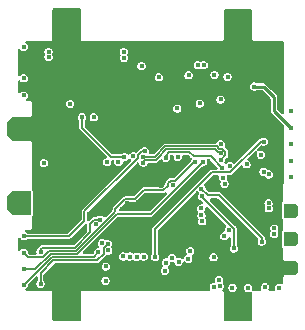
<source format=gbr>
%TF.GenerationSoftware,KiCad,Pcbnew,9.0.0*%
%TF.CreationDate,2025-03-28T18:18:21+01:00*%
%TF.ProjectId,cansatperso,63616e73-6174-4706-9572-736f2e6b6963,rev?*%
%TF.SameCoordinates,Original*%
%TF.FileFunction,Copper,L3,Inr*%
%TF.FilePolarity,Positive*%
%FSLAX46Y46*%
G04 Gerber Fmt 4.6, Leading zero omitted, Abs format (unit mm)*
G04 Created by KiCad (PCBNEW 9.0.0) date 2025-03-28 18:18:21*
%MOMM*%
%LPD*%
G01*
G04 APERTURE LIST*
G04 Aperture macros list*
%AMOutline5P*
0 Free polygon, 5 corners , with rotation*
0 The origin of the aperture is its center*
0 number of corners: always 5*
0 $1 to $10 corner X, Y*
0 $11 Rotation angle, in degrees counterclockwise*
0 create outline with 5 corners*
4,1,5,$1,$2,$3,$4,$5,$6,$7,$8,$9,$10,$1,$2,$11*%
%AMOutline6P*
0 Free polygon, 6 corners , with rotation*
0 The origin of the aperture is its center*
0 number of corners: always 6*
0 $1 to $12 corner X, Y*
0 $13 Rotation angle, in degrees counterclockwise*
0 create outline with 6 corners*
4,1,6,$1,$2,$3,$4,$5,$6,$7,$8,$9,$10,$11,$12,$1,$2,$13*%
%AMOutline7P*
0 Free polygon, 7 corners , with rotation*
0 The origin of the aperture is its center*
0 number of corners: always 7*
0 $1 to $14 corner X, Y*
0 $15 Rotation angle, in degrees counterclockwise*
0 create outline with 7 corners*
4,1,7,$1,$2,$3,$4,$5,$6,$7,$8,$9,$10,$11,$12,$13,$14,$1,$2,$15*%
%AMOutline8P*
0 Free polygon, 8 corners , with rotation*
0 The origin of the aperture is its center*
0 number of corners: always 8*
0 $1 to $16 corner X, Y*
0 $17 Rotation angle, in degrees counterclockwise*
0 create outline with 8 corners*
4,1,8,$1,$2,$3,$4,$5,$6,$7,$8,$9,$10,$11,$12,$13,$14,$15,$16,$1,$2,$17*%
%AMFreePoly0*
4,1,7,1.000000,0.600000,1.000000,-1.000000,-1.000000,-1.000000,-1.000000,0.600000,-0.600000,1.000000,0.600000,1.000000,1.000000,0.600000,1.000000,0.600000,$1*%
G04 Aperture macros list end*
%TA.AperFunction,ComponentPad*%
%ADD10C,2.200000*%
%TD*%
%TA.AperFunction,ComponentPad*%
%ADD11Outline6P,-0.600000X0.360000X-0.360000X0.600000X0.360000X0.600000X0.600000X0.360000X0.600000X-0.600000X-0.600000X-0.600000X270.000000*%
%TD*%
%TA.AperFunction,ComponentPad*%
%ADD12FreePoly0,90.000000*%
%TD*%
%TA.AperFunction,ViaPad*%
%ADD13C,0.400000*%
%TD*%
%TA.AperFunction,Conductor*%
%ADD14C,0.150000*%
%TD*%
%TA.AperFunction,Conductor*%
%ADD15C,0.250000*%
%TD*%
%TA.AperFunction,Conductor*%
%ADD16C,0.200000*%
%TD*%
G04 APERTURE END LIST*
D10*
%TO.N,GND*%
%TO.C,*%
X176700000Y-71600000D03*
%TD*%
%TO.N,GND*%
%TO.C,*%
X191200000Y-95400000D03*
%TD*%
D11*
%TO.N,TIM3_CHI_PWM4*%
%TO.C,REF\u002A\u002A2*%
X195660000Y-87340000D03*
%TD*%
D12*
%TO.N,GND*%
%TO.C,*%
X172680000Y-80400000D03*
%TD*%
D11*
%TO.N,+5V*%
%TO.C,REF\u002A\u002A1*%
X195660000Y-89740000D03*
%TD*%
D10*
%TO.N,GND*%
%TO.C,*%
X176700000Y-95400000D03*
%TD*%
%TO.N,GND*%
%TO.C,*%
X191200000Y-71600000D03*
%TD*%
D11*
%TO.N,GND*%
%TO.C,REF\u002A\u002A*%
X195660000Y-92190000D03*
%TD*%
D12*
%TO.N,VIN*%
%TO.C,REF\u002A\u002A*%
X172675000Y-86705000D03*
%TD*%
D13*
%TO.N,+3.3V*%
X190420521Y-89010521D03*
%TO.N,ADC1_IN2_CURR*%
X174500000Y-90800000D03*
%TO.N,+3.3V*%
X179000000Y-79425000D03*
%TO.N,GND*%
X176000000Y-79425000D03*
%TO.N,I2C1_SDA*%
X178000000Y-79425000D03*
X181600000Y-82800000D03*
%TO.N,GND*%
X176360000Y-93120000D03*
X184730000Y-85210000D03*
X176140000Y-82470000D03*
X194760000Y-76690000D03*
X195710000Y-81720000D03*
X192250000Y-88020000D03*
X182160000Y-85940000D03*
X188060000Y-80840000D03*
X191100000Y-73300000D03*
X174140000Y-76740000D03*
X186860000Y-77390000D03*
X182600000Y-73300000D03*
X189650000Y-79120000D03*
X190880000Y-79060000D03*
X175390000Y-93170000D03*
X194680000Y-91940000D03*
X180900000Y-73300000D03*
X185500000Y-89530000D03*
X183680000Y-78680000D03*
X178400000Y-90820000D03*
X173080000Y-74720000D03*
X186880000Y-77930000D03*
X186810000Y-92670000D03*
X182750000Y-85180000D03*
X194760000Y-85190000D03*
X186380000Y-89540000D03*
X183870000Y-86560000D03*
X185770000Y-86240000D03*
X175330000Y-93790000D03*
X182730000Y-75760000D03*
X179340000Y-84110000D03*
X191820000Y-87500000D03*
X192290000Y-91270000D03*
X177500000Y-73300000D03*
X188800000Y-87800000D03*
X174340000Y-78550000D03*
X183840000Y-85180000D03*
X176300000Y-92500000D03*
X183670000Y-77690000D03*
X187970000Y-90257500D03*
X178860000Y-92680000D03*
X187700000Y-73300000D03*
X184670000Y-89530000D03*
X184040000Y-93547500D03*
X182700000Y-93770000D03*
X194580000Y-91267500D03*
X189400000Y-73300000D03*
X174340000Y-80170000D03*
X178930000Y-93810000D03*
X189690000Y-80400000D03*
X182750000Y-86610000D03*
X179200000Y-73300000D03*
X181370000Y-87230000D03*
X192770000Y-77880000D03*
X178130000Y-84070000D03*
X181100000Y-79200000D03*
X192420000Y-91820000D03*
X189020000Y-78290000D03*
X174000000Y-90300000D03*
X183600000Y-79750000D03*
X191330000Y-77620000D03*
X185670000Y-85170000D03*
X181840000Y-86720000D03*
X194760000Y-80090000D03*
X181000000Y-93770000D03*
X177480000Y-92630000D03*
X184300000Y-73300000D03*
X177600000Y-93770000D03*
X186000000Y-73300000D03*
X188010000Y-79360000D03*
X192600000Y-87500000D03*
%TO.N,+3.3V*%
X193380000Y-84040000D03*
X190050000Y-89495521D03*
X189750000Y-81710000D03*
X193800000Y-86700000D03*
X189950000Y-84530000D03*
X187800000Y-75020000D03*
X190070000Y-85070000D03*
X193830000Y-84270000D03*
X195710000Y-80320000D03*
X173070000Y-76130000D03*
X186180000Y-91660000D03*
X188320000Y-75010000D03*
X185110000Y-91730000D03*
X181090000Y-83220000D03*
X192570000Y-76830000D03*
X183050000Y-75090000D03*
X193816587Y-87131306D03*
X187000000Y-91430000D03*
X193150000Y-82610000D03*
X185020000Y-92422500D03*
X180140000Y-83220000D03*
%TO.N,NRST*%
X173080000Y-93590000D03*
X179380000Y-90850660D03*
%TO.N,USART3_RX*%
X180000000Y-93270000D03*
%TO.N,SDDETECT*%
X193396250Y-81483750D03*
X184190000Y-91260000D03*
%TO.N,+5V*%
X189147500Y-91280000D03*
X193490000Y-93810000D03*
X181560000Y-74390000D03*
X173070000Y-73460000D03*
X181541494Y-73890340D03*
X175170000Y-73890000D03*
X175170000Y-74330000D03*
X194280000Y-88840000D03*
X194280000Y-89310000D03*
X195710000Y-78920000D03*
%TO.N,ADC1_IN3_VBAT*%
X174770000Y-83300000D03*
X179180000Y-88470000D03*
%TO.N,ADC1_IN2_CURR*%
X179541191Y-88089171D03*
%TO.N,I2C3_SDA_ACCEL*%
X185110000Y-82870000D03*
X195710000Y-83120000D03*
X189860000Y-83705000D03*
%TO.N,I2C1_SCL*%
X177000000Y-78300000D03*
%TO.N,I2C3_SCL_ACCEL*%
X188090000Y-87150000D03*
X191937000Y-83410000D03*
X195710000Y-84520000D03*
%TO.N,3.3VEN*%
X189655249Y-93721215D03*
X189160000Y-93790000D03*
X189740000Y-77920000D03*
X190530166Y-83559834D03*
X189610000Y-93200000D03*
%TO.N,SPI1_CS_SD*%
X182650000Y-91240000D03*
X190330000Y-76010000D03*
%TO.N,SPI1_MISO_SD*%
X181480000Y-91210000D03*
X184510000Y-76050000D03*
%TO.N,SPI1_SCK_SD*%
X180225170Y-90704168D03*
X187020000Y-75880000D03*
%TO.N,SPI1_MOSI_SD*%
X189220000Y-75840000D03*
X182060000Y-91220000D03*
%TO.N,USART1_RX_GPS*%
X189730000Y-83060000D03*
X183132230Y-82772331D03*
%TO.N,USART1_TX_GPS*%
X183185000Y-83269541D03*
X189760000Y-82490000D03*
%TO.N,LPUART1_RX_RADIO*%
X186065000Y-78680000D03*
X179690000Y-90100000D03*
%TO.N,LPUART1_TX_RADIO*%
X187160000Y-90760000D03*
X187976943Y-78256943D03*
%TO.N,GPIO_EXTI1*%
X173070000Y-77580000D03*
X183230000Y-91230000D03*
%TO.N,SWO*%
X183310000Y-82305000D03*
X173090000Y-89490000D03*
%TO.N,SWDIO*%
X188230000Y-83220000D03*
X173070000Y-92300000D03*
%TO.N,I2C1_SCL*%
X186100000Y-82800000D03*
%TO.N,SWCLK{slash}I2C1_SDA*%
X173070000Y-90900000D03*
X187585000Y-83220000D03*
%TO.N,TIM3_CHI_PWM4*%
X188120000Y-87730000D03*
%TO.N,USART3_TX*%
X185620000Y-91330000D03*
X180020000Y-92060000D03*
%TO.N,D+*%
X193220000Y-89955000D03*
X188120000Y-85490000D03*
%TO.N,D-*%
X190860000Y-90540000D03*
X188150000Y-86110000D03*
%TO.N,PWEN*%
X188180000Y-88240000D03*
X194690000Y-93860000D03*
%TO.N,USBD+*%
X192060000Y-93870000D03*
%TO.N,USBD-*%
X190740000Y-93860000D03*
%TO.N,ADC2_IN17*%
X180190000Y-90150000D03*
X174500000Y-93530000D03*
%TO.N,USART3_RX*%
X182345000Y-82715000D03*
%TD*%
D14*
%TO.N,I2C1_SDA*%
X180500000Y-82800000D02*
X181600000Y-82800000D01*
X178000000Y-80300000D02*
X180500000Y-82800000D01*
X178000000Y-79425000D02*
X178000000Y-79300000D01*
X178000000Y-79425000D02*
X178000000Y-80300000D01*
%TO.N,ADC1_IN2_CURR*%
X179029084Y-88089171D02*
X179541191Y-88089171D01*
X174500000Y-90800000D02*
X174500000Y-90600000D01*
X174500000Y-90600000D02*
X174621669Y-90478331D01*
X178675032Y-88443223D02*
X179029084Y-88089171D01*
X178675032Y-89175032D02*
X178675032Y-88443223D01*
X177371733Y-90478331D02*
X178675032Y-89175032D01*
X174621669Y-90478331D02*
X177371733Y-90478331D01*
%TO.N,SWCLK{slash}I2C1_SDA*%
X187480000Y-83220000D02*
X187585000Y-83220000D01*
X185865873Y-84834127D02*
X187480000Y-83220000D01*
X185825745Y-84794000D02*
X185865873Y-84834127D01*
X185514255Y-84794000D02*
X185825745Y-84794000D01*
X185294000Y-85014255D02*
X185514255Y-84794000D01*
X185294000Y-85220331D02*
X185294000Y-85014255D01*
X185250000Y-85220331D02*
X185294000Y-85220331D01*
X184885331Y-85585000D02*
X185250000Y-85220331D01*
X183244669Y-85585000D02*
X184885331Y-85585000D01*
X182484669Y-86345000D02*
X183244669Y-85585000D01*
X181684669Y-86345000D02*
X182484669Y-86345000D01*
X180836446Y-87193223D02*
X181684669Y-86345000D01*
X180836032Y-87369000D02*
X180836446Y-87369000D01*
X180836446Y-87369000D02*
X180836446Y-87193223D01*
X177475701Y-90729331D02*
X180689000Y-87516032D01*
X175440083Y-90729331D02*
X177475701Y-90729331D01*
X175232147Y-90729331D02*
X175440083Y-90729331D01*
X175085115Y-90876363D02*
X175232147Y-90729331D01*
X174661478Y-91300000D02*
X175085115Y-90876363D01*
X173470000Y-91300000D02*
X174661478Y-91300000D01*
X173070000Y-90900000D02*
X173470000Y-91300000D01*
X180689000Y-87516032D02*
X180836032Y-87369000D01*
%TO.N,SWO*%
X183069230Y-82305000D02*
X183310000Y-82305000D01*
X182720000Y-82870331D02*
X182720000Y-82654230D01*
X178210000Y-87380331D02*
X182720000Y-82870331D01*
X173100000Y-89500000D02*
X176900000Y-89500000D01*
X176900000Y-89500000D02*
X178210000Y-88190000D01*
X178210000Y-88190000D02*
X178210000Y-87380331D01*
X182720000Y-82654230D02*
X183069230Y-82305000D01*
X173090000Y-89490000D02*
X173100000Y-89500000D01*
D15*
%TO.N,+3.3V*%
X194270000Y-77730000D02*
X193370000Y-76830000D01*
X195710000Y-80320000D02*
X194270000Y-78880000D01*
X193370000Y-76830000D02*
X192570000Y-76830000D01*
X194270000Y-78880000D02*
X194270000Y-77730000D01*
D14*
%TO.N,NRST*%
X175439669Y-91230331D02*
X173080000Y-93590000D01*
X179000329Y-91230331D02*
X175439669Y-91230331D01*
X179380000Y-90850660D02*
X179000329Y-91230331D01*
%TO.N,SDDETECT*%
X188999669Y-84080000D02*
X190540331Y-84080000D01*
X193136581Y-81483750D02*
X193396250Y-81483750D01*
X184190000Y-88889669D02*
X188999669Y-84080000D01*
X190540331Y-84080000D02*
X193136581Y-81483750D01*
X184190000Y-91260000D02*
X184190000Y-88889669D01*
%TO.N,I2C3_SDA_ACCEL*%
X187102000Y-82402000D02*
X185398000Y-82402000D01*
X185110000Y-82690000D02*
X185110000Y-82870000D01*
X187450000Y-82750000D02*
X187102000Y-82402000D01*
X185398000Y-82402000D02*
X185110000Y-82690000D01*
X189844669Y-83705000D02*
X188889669Y-82750000D01*
X189860000Y-83705000D02*
X189844669Y-83705000D01*
X188889669Y-82750000D02*
X187450000Y-82750000D01*
%TO.N,USART1_RX_GPS*%
X184174115Y-82772331D02*
X185046446Y-81900000D01*
X190140000Y-82339669D02*
X190140000Y-82650000D01*
X183132230Y-82772331D02*
X184174115Y-82772331D01*
X185046446Y-81900000D02*
X189408255Y-81900000D01*
X189886331Y-82086000D02*
X190140000Y-82339669D01*
X189408255Y-81900000D02*
X189594255Y-82086000D01*
X189594255Y-82086000D02*
X189886331Y-82086000D01*
X190140000Y-82650000D02*
X189730000Y-83060000D01*
%TO.N,USART1_TX_GPS*%
X184276669Y-83023331D02*
X184278083Y-83023331D01*
X184210000Y-83090000D02*
X184276669Y-83023331D01*
X189607000Y-82337000D02*
X189760000Y-82490000D01*
X183364541Y-83090000D02*
X184210000Y-83090000D01*
X189490287Y-82337000D02*
X189607000Y-82337000D01*
X184425115Y-82876299D02*
X185150414Y-82151000D01*
X185150414Y-82151000D02*
X189304287Y-82151000D01*
X189343255Y-82189968D02*
X189490287Y-82337000D01*
X184278083Y-83023331D02*
X184425115Y-82876299D01*
X189304287Y-82151000D02*
X189343255Y-82189968D01*
X183185000Y-83269541D02*
X183364541Y-83090000D01*
%TO.N,SWDIO*%
X177579669Y-90980331D02*
X180940000Y-87620000D01*
X175336115Y-90980331D02*
X177579669Y-90980331D01*
X180940000Y-87620000D02*
X183830000Y-87620000D01*
X173070000Y-92300000D02*
X174016446Y-92300000D01*
X183830000Y-87620000D02*
X188230000Y-83220000D01*
X174016446Y-92300000D02*
X175336115Y-90980331D01*
D16*
%TO.N,D+*%
X188670000Y-86040000D02*
X188120000Y-85490000D01*
X193220000Y-89955000D02*
X193220000Y-89660000D01*
X189600000Y-86040000D02*
X188670000Y-86040000D01*
X193220000Y-89660000D02*
X189600000Y-86040000D01*
%TO.N,D-*%
X188150000Y-86174314D02*
X190860000Y-88884314D01*
X190860000Y-88884314D02*
X190860000Y-90540000D01*
X188150000Y-86110000D02*
X188150000Y-86174314D01*
D14*
%TO.N,ADC2_IN17*%
X174500000Y-92620000D02*
X175570000Y-91550000D01*
X179270000Y-91550000D02*
X179850170Y-90969830D01*
X179850170Y-90969830D02*
X179850170Y-90489830D01*
X175570000Y-91550000D02*
X179270000Y-91550000D01*
X174500000Y-93530000D02*
X174500000Y-92620000D01*
X179850170Y-90489830D02*
X180190000Y-90150000D01*
%TD*%
%TA.AperFunction,Conductor*%
%TO.N,GND*%
G36*
X177899500Y-94219107D02*
G01*
X177899464Y-94238825D01*
X177899500Y-94238912D01*
X177899500Y-96575500D01*
X177879815Y-96642539D01*
X177827011Y-96688294D01*
X177775500Y-96699500D01*
X175624493Y-96699500D01*
X175557454Y-96679815D01*
X175511699Y-96627011D01*
X175500493Y-96575501D01*
X175500467Y-94215606D01*
X175500467Y-94215387D01*
X175500494Y-94200000D01*
X177899500Y-94200000D01*
X177899500Y-94219107D01*
G37*
%TD.AperFunction*%
%TA.AperFunction,Conductor*%
G36*
X190693856Y-94210500D02*
G01*
X190693858Y-94210500D01*
X190786142Y-94210500D01*
X190786144Y-94210500D01*
X190825331Y-94200000D01*
X191937349Y-94200000D01*
X192013856Y-94220500D01*
X192013858Y-94220500D01*
X192106142Y-94220500D01*
X192106144Y-94220500D01*
X192182651Y-94200000D01*
X192353340Y-94200000D01*
X192390616Y-94247397D01*
X192399500Y-94293486D01*
X192399500Y-96575500D01*
X192379815Y-96642539D01*
X192327011Y-96688294D01*
X192275500Y-96699500D01*
X190124494Y-96699500D01*
X190057455Y-96679815D01*
X190011700Y-96627011D01*
X190000494Y-96575504D01*
X190000426Y-94241145D01*
X190000426Y-94240911D01*
X190000463Y-94220965D01*
X190000426Y-94220875D01*
X190000426Y-94220778D01*
X189998193Y-94215387D01*
X189992855Y-94202500D01*
X189992767Y-94202288D01*
X189991824Y-94200000D01*
X190654669Y-94200000D01*
X190693856Y-94210500D01*
G37*
%TD.AperFunction*%
%TD*%
%TA.AperFunction,Conductor*%
%TO.N,GND*%
G36*
X177842539Y-70220185D02*
G01*
X177888294Y-70272989D01*
X177899500Y-70324500D01*
X177899500Y-72859992D01*
X177914799Y-72896928D01*
X177914800Y-72896929D01*
X177943071Y-72925200D01*
X177980009Y-72940500D01*
X177980011Y-72940500D01*
X189919989Y-72940500D01*
X189919991Y-72940500D01*
X189956929Y-72925200D01*
X189985200Y-72896929D01*
X190000500Y-72859991D01*
X190000500Y-70424500D01*
X190020185Y-70357461D01*
X190072989Y-70311706D01*
X190124500Y-70300500D01*
X192275500Y-70300500D01*
X192342539Y-70320185D01*
X192388294Y-70372989D01*
X192399500Y-70424500D01*
X192399500Y-72859992D01*
X192414799Y-72896928D01*
X192414800Y-72896929D01*
X192443071Y-72925200D01*
X192480009Y-72940500D01*
X192519991Y-72940500D01*
X193393822Y-72940500D01*
X193400000Y-73200000D01*
X174900000Y-73400000D01*
X174889060Y-72940500D01*
X175419989Y-72940500D01*
X175419991Y-72940500D01*
X175456929Y-72925200D01*
X175485200Y-72896929D01*
X175500500Y-72859991D01*
X175500500Y-70324500D01*
X175520185Y-70257461D01*
X175572989Y-70211706D01*
X175624500Y-70200500D01*
X177775500Y-70200500D01*
X177842539Y-70220185D01*
G37*
%TD.AperFunction*%
%TD*%
%TA.AperFunction,Conductor*%
%TO.N,GND*%
G36*
X174900000Y-73400000D02*
G01*
X193400000Y-73200000D01*
X193393821Y-72940500D01*
X194945500Y-72940500D01*
X195012539Y-72960185D01*
X195058294Y-73012989D01*
X195069500Y-73064500D01*
X195069500Y-78249992D01*
X195084799Y-78286928D01*
X195108511Y-78310640D01*
X195141996Y-78371963D01*
X195144830Y-78398437D01*
X195144205Y-79065343D01*
X195124458Y-79132364D01*
X195071611Y-79178070D01*
X195002443Y-79187948D01*
X194938914Y-79158864D01*
X194932524Y-79152908D01*
X194581819Y-78802203D01*
X194548334Y-78740880D01*
X194545500Y-78714522D01*
X194545500Y-77675201D01*
X194545500Y-77675200D01*
X194503557Y-77573942D01*
X194503557Y-77573941D01*
X194035116Y-77105500D01*
X193526059Y-76596443D01*
X193509393Y-76589540D01*
X193424800Y-76554500D01*
X192827045Y-76554500D01*
X192765044Y-76537887D01*
X192705288Y-76503386D01*
X192616144Y-76479500D01*
X192523856Y-76479500D01*
X192434712Y-76503386D01*
X192434711Y-76503386D01*
X192434709Y-76503387D01*
X192434706Y-76503388D01*
X192354794Y-76549526D01*
X192354785Y-76549533D01*
X192289533Y-76614785D01*
X192289526Y-76614794D01*
X192243388Y-76694706D01*
X192243387Y-76694709D01*
X192219500Y-76783856D01*
X192219500Y-76876143D01*
X192243387Y-76965290D01*
X192243388Y-76965293D01*
X192289526Y-77045205D01*
X192289529Y-77045209D01*
X192289531Y-77045212D01*
X192354788Y-77110469D01*
X192354791Y-77110470D01*
X192354794Y-77110473D01*
X192434706Y-77156611D01*
X192434707Y-77156611D01*
X192434712Y-77156614D01*
X192523856Y-77180500D01*
X192523858Y-77180500D01*
X192616142Y-77180500D01*
X192616144Y-77180500D01*
X192705288Y-77156614D01*
X192765044Y-77122112D01*
X192827045Y-77105500D01*
X193204523Y-77105500D01*
X193271562Y-77125185D01*
X193292204Y-77141819D01*
X193958181Y-77807796D01*
X193991666Y-77869119D01*
X193994500Y-77895477D01*
X193994500Y-78934800D01*
X194005132Y-78960466D01*
X194005133Y-78960469D01*
X194036443Y-79036058D01*
X194036444Y-79036059D01*
X195106828Y-80106444D01*
X195140313Y-80167767D01*
X195143147Y-80194241D01*
X195138675Y-84967948D01*
X195118928Y-85034969D01*
X195102359Y-85055511D01*
X195074799Y-85083072D01*
X195059500Y-85120007D01*
X195059500Y-86493051D01*
X195039815Y-86560090D01*
X195004391Y-86596153D01*
X194951495Y-86631496D01*
X194918234Y-86681275D01*
X194918231Y-86681282D01*
X194909500Y-86725177D01*
X194909500Y-86725180D01*
X194909500Y-87954820D01*
X194909500Y-87954822D01*
X194909499Y-87954822D01*
X194918231Y-87998717D01*
X194918234Y-87998724D01*
X194951494Y-88048502D01*
X194951495Y-88048502D01*
X194951496Y-88048504D01*
X195001278Y-88081767D01*
X195001280Y-88081767D01*
X195004390Y-88083845D01*
X195049195Y-88137457D01*
X195059500Y-88186948D01*
X195059500Y-88893051D01*
X195039815Y-88960090D01*
X195004391Y-88996153D01*
X194951495Y-89031496D01*
X194918234Y-89081275D01*
X194918231Y-89081282D01*
X194909500Y-89125177D01*
X194909500Y-89125180D01*
X194909500Y-90354820D01*
X194909500Y-90354822D01*
X194909499Y-90354822D01*
X194918231Y-90398717D01*
X194918234Y-90398724D01*
X194951494Y-90448502D01*
X194951495Y-90448502D01*
X194951496Y-90448504D01*
X195001278Y-90481767D01*
X195001280Y-90481767D01*
X195004390Y-90483845D01*
X195049195Y-90537457D01*
X195059500Y-90586948D01*
X195059500Y-91469992D01*
X195074799Y-91506928D01*
X195096128Y-91528257D01*
X195129613Y-91589580D01*
X195132447Y-91616054D01*
X195131362Y-92775261D01*
X195111615Y-92842282D01*
X195095046Y-92862823D01*
X195074800Y-92883069D01*
X195074799Y-92883071D01*
X195059500Y-92920007D01*
X195059500Y-93453834D01*
X195039815Y-93520873D01*
X194987011Y-93566628D01*
X194917853Y-93576572D01*
X194873499Y-93561221D01*
X194825289Y-93533386D01*
X194778589Y-93520873D01*
X194736144Y-93509500D01*
X194643856Y-93509500D01*
X194554712Y-93533386D01*
X194554711Y-93533386D01*
X194554709Y-93533387D01*
X194554706Y-93533388D01*
X194474794Y-93579526D01*
X194474785Y-93579533D01*
X194409533Y-93644785D01*
X194409526Y-93644794D01*
X194363388Y-93724706D01*
X194363387Y-93724709D01*
X194363386Y-93724711D01*
X194363386Y-93724712D01*
X194352897Y-93763858D01*
X194339500Y-93813856D01*
X194339500Y-93906145D01*
X194362401Y-93991615D01*
X194360738Y-94061465D01*
X194321575Y-94119327D01*
X194257346Y-94146830D01*
X194242384Y-94147707D01*
X193914648Y-94147067D01*
X193847647Y-94127251D01*
X193801995Y-94074358D01*
X193792187Y-94005180D01*
X193807504Y-93961066D01*
X193816614Y-93945288D01*
X193840500Y-93856144D01*
X193840500Y-93763856D01*
X193816614Y-93674712D01*
X193811176Y-93665293D01*
X193770473Y-93594794D01*
X193770470Y-93594791D01*
X193770469Y-93594788D01*
X193705212Y-93529531D01*
X193705209Y-93529529D01*
X193705205Y-93529526D01*
X193625293Y-93483388D01*
X193625290Y-93483387D01*
X193625289Y-93483386D01*
X193625288Y-93483386D01*
X193536144Y-93459500D01*
X193443856Y-93459500D01*
X193354712Y-93483386D01*
X193354711Y-93483386D01*
X193354709Y-93483387D01*
X193354706Y-93483388D01*
X193274794Y-93529526D01*
X193274785Y-93529533D01*
X193209533Y-93594785D01*
X193209526Y-93594794D01*
X193163388Y-93674706D01*
X193163387Y-93674709D01*
X193163386Y-93674711D01*
X193163386Y-93674712D01*
X193139500Y-93763856D01*
X193139500Y-93856144D01*
X193143339Y-93870470D01*
X193163386Y-93945289D01*
X193171536Y-93959404D01*
X193188010Y-94027304D01*
X193165159Y-94093331D01*
X193110239Y-94136523D01*
X193063908Y-94145406D01*
X192532125Y-94144368D01*
X192532014Y-94144367D01*
X192520054Y-94144332D01*
X192519991Y-94144307D01*
X192510962Y-94144307D01*
X192510611Y-94144306D01*
X192477303Y-94134423D01*
X192443925Y-94124622D01*
X192443805Y-94124483D01*
X192443628Y-94124431D01*
X192420795Y-94097928D01*
X192398170Y-94071818D01*
X192398144Y-94071637D01*
X192398023Y-94071497D01*
X192393155Y-94036937D01*
X192388226Y-94002660D01*
X192388285Y-94002370D01*
X192388277Y-94002310D01*
X192388314Y-94002228D01*
X192391189Y-93988214D01*
X192396241Y-93969358D01*
X192410500Y-93916144D01*
X192410500Y-93823856D01*
X192386614Y-93734712D01*
X192381176Y-93725293D01*
X192340473Y-93654794D01*
X192340470Y-93654791D01*
X192340469Y-93654788D01*
X192275212Y-93589531D01*
X192275209Y-93589529D01*
X192275205Y-93589526D01*
X192195293Y-93543388D01*
X192195290Y-93543387D01*
X192195289Y-93543386D01*
X192195288Y-93543386D01*
X192106144Y-93519500D01*
X192013856Y-93519500D01*
X191924712Y-93543386D01*
X191924711Y-93543386D01*
X191924709Y-93543387D01*
X191924706Y-93543388D01*
X191844794Y-93589526D01*
X191844785Y-93589533D01*
X191779533Y-93654785D01*
X191779526Y-93654794D01*
X191733388Y-93734706D01*
X191733387Y-93734709D01*
X191733386Y-93734711D01*
X191733386Y-93734712D01*
X191709500Y-93823856D01*
X191709500Y-93916144D01*
X191733357Y-94005180D01*
X191733387Y-94005290D01*
X191733388Y-94005293D01*
X191779526Y-94085205D01*
X191779529Y-94085209D01*
X191779531Y-94085212D01*
X191844788Y-94150469D01*
X191844791Y-94150470D01*
X191844794Y-94150473D01*
X191924706Y-94196611D01*
X191924707Y-94196611D01*
X191924712Y-94196614D01*
X191937349Y-94200000D01*
X190825331Y-94200000D01*
X190875288Y-94186614D01*
X190955212Y-94140469D01*
X191020469Y-94075212D01*
X191066614Y-93995288D01*
X191090500Y-93906144D01*
X191090500Y-93813856D01*
X191066614Y-93724712D01*
X191066611Y-93724706D01*
X191020473Y-93644794D01*
X191020470Y-93644791D01*
X191020469Y-93644788D01*
X190955212Y-93579531D01*
X190955209Y-93579529D01*
X190955205Y-93579526D01*
X190875293Y-93533388D01*
X190875290Y-93533387D01*
X190875289Y-93533386D01*
X190875288Y-93533386D01*
X190786144Y-93509500D01*
X190693856Y-93509500D01*
X190604712Y-93533386D01*
X190604711Y-93533386D01*
X190604709Y-93533387D01*
X190604706Y-93533388D01*
X190524794Y-93579526D01*
X190524785Y-93579533D01*
X190459533Y-93644785D01*
X190459526Y-93644794D01*
X190413388Y-93724706D01*
X190413387Y-93724709D01*
X190413386Y-93724711D01*
X190413386Y-93724712D01*
X190389500Y-93813856D01*
X190389500Y-93906144D01*
X190408853Y-93978372D01*
X190413387Y-93995290D01*
X190413388Y-93995293D01*
X190459526Y-94075205D01*
X190459529Y-94075209D01*
X190459531Y-94075212D01*
X190524788Y-94140469D01*
X190524791Y-94140470D01*
X190524794Y-94140473D01*
X190604706Y-94186611D01*
X190604707Y-94186611D01*
X190604712Y-94186614D01*
X190654669Y-94200000D01*
X189991824Y-94200000D01*
X189985231Y-94183999D01*
X189985161Y-94183929D01*
X189985125Y-94183841D01*
X189971121Y-94169837D01*
X189957012Y-94155676D01*
X189957010Y-94155675D01*
X189957006Y-94155671D01*
X189947213Y-94149128D01*
X189946714Y-94148795D01*
X189946812Y-94148648D01*
X189942262Y-94143204D01*
X189903997Y-94112366D01*
X189881935Y-94046071D01*
X189899217Y-93978372D01*
X189918173Y-93953971D01*
X189935718Y-93936427D01*
X189981863Y-93856503D01*
X190005749Y-93767359D01*
X190005749Y-93675071D01*
X189981863Y-93585927D01*
X189981860Y-93585921D01*
X189935722Y-93506009D01*
X189935719Y-93506006D01*
X189935718Y-93506003D01*
X189935715Y-93506000D01*
X189930771Y-93499557D01*
X189933492Y-93497468D01*
X189907595Y-93450042D01*
X189912579Y-93380350D01*
X189921375Y-93361682D01*
X189936613Y-93335289D01*
X189936614Y-93335288D01*
X189960500Y-93246144D01*
X189960500Y-93153856D01*
X189936614Y-93064712D01*
X189930888Y-93054794D01*
X189890473Y-92984794D01*
X189890470Y-92984791D01*
X189890469Y-92984788D01*
X189825212Y-92919531D01*
X189825209Y-92919529D01*
X189825205Y-92919526D01*
X189745293Y-92873388D01*
X189745290Y-92873387D01*
X189745289Y-92873386D01*
X189745288Y-92873386D01*
X189656144Y-92849500D01*
X189563856Y-92849500D01*
X189474712Y-92873386D01*
X189474711Y-92873386D01*
X189474709Y-92873387D01*
X189474706Y-92873388D01*
X189394794Y-92919526D01*
X189394785Y-92919533D01*
X189329533Y-92984785D01*
X189329526Y-92984794D01*
X189283388Y-93064706D01*
X189283387Y-93064709D01*
X189283386Y-93064711D01*
X189283386Y-93064712D01*
X189259500Y-93153856D01*
X189259500Y-93246144D01*
X189269484Y-93283408D01*
X189267822Y-93353256D01*
X189228660Y-93411119D01*
X189164431Y-93438623D01*
X189149710Y-93439500D01*
X189113856Y-93439500D01*
X189024712Y-93463386D01*
X189024711Y-93463386D01*
X189024709Y-93463387D01*
X189024706Y-93463388D01*
X188944794Y-93509526D01*
X188944785Y-93509533D01*
X188879533Y-93574785D01*
X188879526Y-93574794D01*
X188833388Y-93654706D01*
X188833387Y-93654709D01*
X188833386Y-93654711D01*
X188833386Y-93654712D01*
X188809500Y-93743856D01*
X188809500Y-93836144D01*
X188830935Y-93916142D01*
X188833387Y-93925290D01*
X188833387Y-93925291D01*
X188848896Y-93952153D01*
X188865369Y-94020053D01*
X188842517Y-94086080D01*
X188787595Y-94129271D01*
X188741282Y-94138153D01*
X178032013Y-94118575D01*
X178032013Y-94118574D01*
X178020078Y-94118553D01*
X178019991Y-94118518D01*
X177999893Y-94118518D01*
X177999888Y-94118518D01*
X177996305Y-94118511D01*
X177980193Y-94118482D01*
X177980192Y-94118482D01*
X177980184Y-94118482D01*
X177980013Y-94118516D01*
X177970559Y-94122431D01*
X177961517Y-94126177D01*
X177954009Y-94129271D01*
X177943221Y-94133716D01*
X177943077Y-94133812D01*
X177929219Y-94147669D01*
X177929064Y-94147824D01*
X177914902Y-94161933D01*
X177914802Y-94162081D01*
X177907202Y-94180428D01*
X177907159Y-94180531D01*
X177899537Y-94198843D01*
X177899536Y-94198938D01*
X177899500Y-94199027D01*
X177899500Y-94200000D01*
X175500494Y-94200000D01*
X175500502Y-94195519D01*
X175500467Y-94195434D01*
X175500467Y-94195342D01*
X175492897Y-94177068D01*
X175485267Y-94158555D01*
X175485201Y-94158488D01*
X175485166Y-94158404D01*
X175471030Y-94144268D01*
X175457046Y-94130234D01*
X175456960Y-94130198D01*
X175456895Y-94130133D01*
X175438852Y-94122659D01*
X175438678Y-94122519D01*
X175438654Y-94122577D01*
X175420133Y-94114868D01*
X175419967Y-94114834D01*
X175419957Y-94114834D01*
X175400187Y-94114834D01*
X174618371Y-94113462D01*
X174379629Y-94113043D01*
X173340774Y-94111220D01*
X173273770Y-94091418D01*
X173228107Y-94038533D01*
X173218285Y-93969358D01*
X173247422Y-93905853D01*
X173278991Y-93879834D01*
X173295212Y-93870469D01*
X173360469Y-93805212D01*
X173406614Y-93725288D01*
X173430500Y-93636144D01*
X173430500Y-93609767D01*
X173450185Y-93542728D01*
X173466819Y-93522086D01*
X174062819Y-92926086D01*
X174124142Y-92892601D01*
X174193834Y-92897585D01*
X174249767Y-92939457D01*
X174274184Y-93004921D01*
X174274500Y-93013767D01*
X174274500Y-93208457D01*
X174254815Y-93275496D01*
X174238181Y-93296138D01*
X174219533Y-93314785D01*
X174219526Y-93314794D01*
X174173388Y-93394706D01*
X174173387Y-93394709D01*
X174173386Y-93394711D01*
X174173386Y-93394712D01*
X174149500Y-93483856D01*
X174149500Y-93576144D01*
X174170574Y-93654794D01*
X174173387Y-93665290D01*
X174173388Y-93665293D01*
X174219526Y-93745205D01*
X174219529Y-93745209D01*
X174219531Y-93745212D01*
X174284788Y-93810469D01*
X174284791Y-93810470D01*
X174284794Y-93810473D01*
X174364706Y-93856611D01*
X174364708Y-93856612D01*
X174364709Y-93856612D01*
X174364712Y-93856614D01*
X174453856Y-93880500D01*
X174546144Y-93880500D01*
X174635288Y-93856614D01*
X174715212Y-93810469D01*
X174780469Y-93745212D01*
X174826614Y-93665288D01*
X174850500Y-93576144D01*
X174850500Y-93483856D01*
X174826614Y-93394712D01*
X174826611Y-93394706D01*
X174780473Y-93314794D01*
X174780470Y-93314791D01*
X174780469Y-93314788D01*
X174761819Y-93296138D01*
X174728334Y-93234815D01*
X174727156Y-93223856D01*
X179649500Y-93223856D01*
X179649500Y-93316144D01*
X179670552Y-93394712D01*
X179673387Y-93405290D01*
X179673388Y-93405293D01*
X179719526Y-93485205D01*
X179719529Y-93485209D01*
X179719531Y-93485212D01*
X179784788Y-93550469D01*
X179784791Y-93550470D01*
X179784794Y-93550473D01*
X179864706Y-93596611D01*
X179864707Y-93596611D01*
X179864712Y-93596614D01*
X179953856Y-93620500D01*
X179953858Y-93620500D01*
X180046142Y-93620500D01*
X180046144Y-93620500D01*
X180135288Y-93596614D01*
X180215212Y-93550469D01*
X180280469Y-93485212D01*
X180326614Y-93405288D01*
X180350500Y-93316144D01*
X180350500Y-93223856D01*
X180326614Y-93134712D01*
X180286199Y-93064712D01*
X180280473Y-93054794D01*
X180280470Y-93054791D01*
X180280469Y-93054788D01*
X180215212Y-92989531D01*
X180215209Y-92989529D01*
X180215205Y-92989526D01*
X180135293Y-92943388D01*
X180135290Y-92943387D01*
X180135289Y-92943386D01*
X180135288Y-92943386D01*
X180046144Y-92919500D01*
X179953856Y-92919500D01*
X179864712Y-92943386D01*
X179864711Y-92943386D01*
X179864709Y-92943387D01*
X179864706Y-92943388D01*
X179784794Y-92989526D01*
X179784785Y-92989533D01*
X179719533Y-93054785D01*
X179719526Y-93054794D01*
X179673388Y-93134706D01*
X179673387Y-93134709D01*
X179673386Y-93134711D01*
X179673386Y-93134712D01*
X179649500Y-93223856D01*
X174727156Y-93223856D01*
X174725500Y-93208457D01*
X174725500Y-92764767D01*
X174745185Y-92697728D01*
X174761819Y-92677086D01*
X175425049Y-92013856D01*
X179669500Y-92013856D01*
X179669500Y-92106144D01*
X179685193Y-92164712D01*
X179693387Y-92195290D01*
X179693388Y-92195293D01*
X179739526Y-92275205D01*
X179739529Y-92275209D01*
X179739531Y-92275212D01*
X179804788Y-92340469D01*
X179804791Y-92340470D01*
X179804794Y-92340473D01*
X179884706Y-92386611D01*
X179884707Y-92386611D01*
X179884712Y-92386614D01*
X179973856Y-92410500D01*
X179973858Y-92410500D01*
X180066142Y-92410500D01*
X180066144Y-92410500D01*
X180155288Y-92386614D01*
X180173055Y-92376356D01*
X184669500Y-92376356D01*
X184669500Y-92468644D01*
X184690526Y-92547115D01*
X184693387Y-92557790D01*
X184693388Y-92557793D01*
X184739526Y-92637705D01*
X184739529Y-92637709D01*
X184739531Y-92637712D01*
X184804788Y-92702969D01*
X184804791Y-92702970D01*
X184804794Y-92702973D01*
X184884706Y-92749111D01*
X184884707Y-92749111D01*
X184884712Y-92749114D01*
X184973856Y-92773000D01*
X184973858Y-92773000D01*
X185066142Y-92773000D01*
X185066144Y-92773000D01*
X185155288Y-92749114D01*
X185235212Y-92702969D01*
X185300469Y-92637712D01*
X185346614Y-92557788D01*
X185370500Y-92468644D01*
X185370500Y-92376356D01*
X185346614Y-92287212D01*
X185346611Y-92287206D01*
X185300473Y-92207294D01*
X185300470Y-92207291D01*
X185300469Y-92207288D01*
X185299015Y-92205834D01*
X185298181Y-92204308D01*
X185295522Y-92200842D01*
X185296062Y-92200427D01*
X185265530Y-92144511D01*
X185270514Y-92074819D01*
X185312386Y-92018886D01*
X185324684Y-92010773D01*
X185325212Y-92010469D01*
X185390469Y-91945212D01*
X185436614Y-91865288D01*
X185460500Y-91776144D01*
X185460500Y-91776142D01*
X185461501Y-91772407D01*
X185473551Y-91752636D01*
X185481489Y-91730890D01*
X185491392Y-91723367D01*
X185497866Y-91712746D01*
X185518691Y-91702629D01*
X185537126Y-91688626D01*
X185553859Y-91685546D01*
X185560713Y-91682217D01*
X185571560Y-91680881D01*
X185576408Y-91680500D01*
X185666144Y-91680500D01*
X185703391Y-91670519D01*
X185714749Y-91669627D01*
X185738232Y-91674562D01*
X185762219Y-91675133D01*
X185771800Y-91681617D01*
X185783125Y-91683998D01*
X185800210Y-91700845D01*
X185820082Y-91714294D01*
X185826526Y-91726793D01*
X185832876Y-91733055D01*
X185835291Y-91743796D01*
X185844239Y-91761151D01*
X185849423Y-91780499D01*
X185853387Y-91795290D01*
X185853388Y-91795293D01*
X185899526Y-91875205D01*
X185899529Y-91875209D01*
X185899531Y-91875212D01*
X185964788Y-91940469D01*
X185964791Y-91940470D01*
X185964794Y-91940473D01*
X186044706Y-91986611D01*
X186044707Y-91986611D01*
X186044712Y-91986614D01*
X186133856Y-92010500D01*
X186133858Y-92010500D01*
X186226142Y-92010500D01*
X186226144Y-92010500D01*
X186315288Y-91986614D01*
X186395212Y-91940469D01*
X186460469Y-91875212D01*
X186506614Y-91795288D01*
X186527736Y-91716457D01*
X186564100Y-91656800D01*
X186626946Y-91626270D01*
X186696322Y-91634564D01*
X186735191Y-91660872D01*
X186784788Y-91710469D01*
X186784791Y-91710470D01*
X186784794Y-91710473D01*
X186864706Y-91756611D01*
X186864707Y-91756611D01*
X186864712Y-91756614D01*
X186953856Y-91780500D01*
X186953858Y-91780500D01*
X187046142Y-91780500D01*
X187046144Y-91780500D01*
X187135288Y-91756614D01*
X187215212Y-91710469D01*
X187280469Y-91645212D01*
X187326614Y-91565288D01*
X187350500Y-91476144D01*
X187350500Y-91383856D01*
X187326614Y-91294712D01*
X187326611Y-91294706D01*
X187322583Y-91287729D01*
X187322583Y-91287728D01*
X187291478Y-91233856D01*
X188797000Y-91233856D01*
X188797000Y-91326144D01*
X188817697Y-91403388D01*
X188820887Y-91415290D01*
X188820888Y-91415293D01*
X188867026Y-91495205D01*
X188867029Y-91495209D01*
X188867031Y-91495212D01*
X188932288Y-91560469D01*
X188932291Y-91560470D01*
X188932294Y-91560473D01*
X189012206Y-91606611D01*
X189012207Y-91606611D01*
X189012212Y-91606614D01*
X189101356Y-91630500D01*
X189101358Y-91630500D01*
X189193642Y-91630500D01*
X189193644Y-91630500D01*
X189282788Y-91606614D01*
X189362712Y-91560469D01*
X189427969Y-91495212D01*
X189474114Y-91415288D01*
X189498000Y-91326144D01*
X189498000Y-91233856D01*
X189474114Y-91144712D01*
X189462567Y-91124712D01*
X189427973Y-91064794D01*
X189427970Y-91064791D01*
X189427969Y-91064788D01*
X189362712Y-90999531D01*
X189362709Y-90999529D01*
X189362705Y-90999526D01*
X189282793Y-90953388D01*
X189282790Y-90953387D01*
X189282789Y-90953386D01*
X189282788Y-90953386D01*
X189193644Y-90929500D01*
X189101356Y-90929500D01*
X189012212Y-90953386D01*
X189012211Y-90953386D01*
X189012209Y-90953387D01*
X189012206Y-90953388D01*
X188932294Y-90999526D01*
X188932285Y-90999533D01*
X188867033Y-91064785D01*
X188867026Y-91064794D01*
X188820888Y-91144706D01*
X188820887Y-91144709D01*
X188820886Y-91144711D01*
X188820886Y-91144712D01*
X188797000Y-91233856D01*
X187291478Y-91233856D01*
X187290674Y-91232464D01*
X187274199Y-91164564D01*
X187297050Y-91098537D01*
X187336057Y-91063075D01*
X187375212Y-91040469D01*
X187440469Y-90975212D01*
X187486614Y-90895288D01*
X187510500Y-90806144D01*
X187510500Y-90713856D01*
X187486614Y-90624712D01*
X187483620Y-90619526D01*
X187440473Y-90544794D01*
X187440470Y-90544791D01*
X187440469Y-90544788D01*
X187375212Y-90479531D01*
X187375209Y-90479529D01*
X187375205Y-90479526D01*
X187295293Y-90433388D01*
X187295290Y-90433387D01*
X187295289Y-90433386D01*
X187295288Y-90433386D01*
X187206144Y-90409500D01*
X187113856Y-90409500D01*
X187024712Y-90433386D01*
X187024711Y-90433386D01*
X187024709Y-90433387D01*
X187024706Y-90433388D01*
X186944794Y-90479526D01*
X186944785Y-90479533D01*
X186879533Y-90544785D01*
X186879526Y-90544794D01*
X186833388Y-90624706D01*
X186833387Y-90624709D01*
X186833386Y-90624711D01*
X186833386Y-90624712D01*
X186809500Y-90713856D01*
X186809500Y-90806144D01*
X186817462Y-90835858D01*
X186833386Y-90895290D01*
X186855782Y-90934078D01*
X186868823Y-90956666D01*
X186869326Y-90957536D01*
X186885800Y-91025436D01*
X186862949Y-91091463D01*
X186823943Y-91126924D01*
X186784788Y-91149531D01*
X186784785Y-91149533D01*
X186719533Y-91214785D01*
X186719526Y-91214794D01*
X186673388Y-91294706D01*
X186673387Y-91294707D01*
X186652264Y-91373540D01*
X186615898Y-91433201D01*
X186553051Y-91463729D01*
X186483676Y-91455434D01*
X186444808Y-91429127D01*
X186395214Y-91379533D01*
X186395212Y-91379531D01*
X186395209Y-91379529D01*
X186395205Y-91379526D01*
X186315293Y-91333388D01*
X186315290Y-91333387D01*
X186315289Y-91333386D01*
X186315288Y-91333386D01*
X186226144Y-91309500D01*
X186133856Y-91309500D01*
X186133854Y-91309500D01*
X186107626Y-91316528D01*
X186037776Y-91314865D01*
X185979914Y-91275701D01*
X185955760Y-91228846D01*
X185946614Y-91194712D01*
X185946614Y-91194711D01*
X185946611Y-91194706D01*
X185900473Y-91114794D01*
X185900470Y-91114791D01*
X185900469Y-91114788D01*
X185835212Y-91049531D01*
X185835209Y-91049529D01*
X185835205Y-91049526D01*
X185755293Y-91003388D01*
X185755290Y-91003387D01*
X185755289Y-91003386D01*
X185755288Y-91003386D01*
X185666144Y-90979500D01*
X185573856Y-90979500D01*
X185484712Y-91003386D01*
X185484711Y-91003386D01*
X185484709Y-91003387D01*
X185484706Y-91003388D01*
X185404794Y-91049526D01*
X185404785Y-91049533D01*
X185339533Y-91114785D01*
X185339526Y-91114794D01*
X185293388Y-91194706D01*
X185293387Y-91194709D01*
X185293386Y-91194711D01*
X185293386Y-91194712D01*
X185271567Y-91276144D01*
X185268499Y-91287593D01*
X185232134Y-91347254D01*
X185169287Y-91377783D01*
X185148724Y-91379500D01*
X185063856Y-91379500D01*
X184974712Y-91403386D01*
X184974711Y-91403386D01*
X184974709Y-91403387D01*
X184974706Y-91403388D01*
X184894794Y-91449526D01*
X184894785Y-91449533D01*
X184829533Y-91514785D01*
X184829526Y-91514794D01*
X184783388Y-91594706D01*
X184783387Y-91594709D01*
X184783386Y-91594711D01*
X184783386Y-91594712D01*
X184759500Y-91683856D01*
X184759500Y-91776144D01*
X184777892Y-91844785D01*
X184783387Y-91865290D01*
X184783388Y-91865293D01*
X184829526Y-91945205D01*
X184829533Y-91945214D01*
X184830984Y-91946665D01*
X184831816Y-91948189D01*
X184834478Y-91951658D01*
X184833937Y-91952073D01*
X184864469Y-92007988D01*
X184859485Y-92077680D01*
X184817613Y-92133613D01*
X184805310Y-92141729D01*
X184804794Y-92142026D01*
X184804785Y-92142033D01*
X184739533Y-92207285D01*
X184739526Y-92207294D01*
X184693388Y-92287206D01*
X184693387Y-92287209D01*
X184693386Y-92287211D01*
X184693386Y-92287212D01*
X184669500Y-92376356D01*
X180173055Y-92376356D01*
X180235212Y-92340469D01*
X180300469Y-92275212D01*
X180346614Y-92195288D01*
X180370500Y-92106144D01*
X180370500Y-92013856D01*
X180346614Y-91924712D01*
X180312308Y-91865293D01*
X180300473Y-91844794D01*
X180300470Y-91844791D01*
X180300469Y-91844788D01*
X180235212Y-91779531D01*
X180235209Y-91779529D01*
X180235205Y-91779526D01*
X180155293Y-91733388D01*
X180155290Y-91733387D01*
X180155289Y-91733386D01*
X180155288Y-91733386D01*
X180066144Y-91709500D01*
X179973856Y-91709500D01*
X179884712Y-91733386D01*
X179884711Y-91733386D01*
X179884709Y-91733387D01*
X179884706Y-91733388D01*
X179804794Y-91779526D01*
X179804785Y-91779533D01*
X179739533Y-91844785D01*
X179739526Y-91844794D01*
X179693388Y-91924706D01*
X179693387Y-91924709D01*
X179693386Y-91924711D01*
X179693386Y-91924712D01*
X179669500Y-92013856D01*
X175425049Y-92013856D01*
X175627086Y-91811819D01*
X175688409Y-91778334D01*
X175714767Y-91775500D01*
X179210703Y-91775500D01*
X179210711Y-91775501D01*
X179225145Y-91775501D01*
X179314854Y-91775501D01*
X179314855Y-91775501D01*
X179376396Y-91750009D01*
X179397736Y-91741170D01*
X179461170Y-91677736D01*
X179461170Y-91677735D01*
X179478608Y-91660297D01*
X179478609Y-91660294D01*
X179975050Y-91163856D01*
X181129500Y-91163856D01*
X181129500Y-91256144D01*
X181150197Y-91333388D01*
X181153387Y-91345290D01*
X181153388Y-91345293D01*
X181199526Y-91425205D01*
X181199529Y-91425209D01*
X181199531Y-91425212D01*
X181264788Y-91490469D01*
X181264791Y-91490470D01*
X181264794Y-91490473D01*
X181344706Y-91536611D01*
X181344707Y-91536611D01*
X181344712Y-91536614D01*
X181433856Y-91560500D01*
X181433858Y-91560500D01*
X181526142Y-91560500D01*
X181526144Y-91560500D01*
X181615288Y-91536614D01*
X181615292Y-91536612D01*
X181635902Y-91524712D01*
X181695212Y-91490469D01*
X181695213Y-91490467D01*
X181701373Y-91486911D01*
X181769273Y-91470437D01*
X181835300Y-91493288D01*
X181838862Y-91495922D01*
X181844789Y-91500470D01*
X181924706Y-91546611D01*
X181924707Y-91546611D01*
X181924712Y-91546614D01*
X182013856Y-91570500D01*
X182013858Y-91570500D01*
X182106142Y-91570500D01*
X182106144Y-91570500D01*
X182195288Y-91546614D01*
X182275212Y-91500469D01*
X182275215Y-91500465D01*
X182281296Y-91496955D01*
X182349195Y-91480481D01*
X182415223Y-91503332D01*
X182430979Y-91516660D01*
X182434788Y-91520469D01*
X182434791Y-91520470D01*
X182434794Y-91520473D01*
X182514706Y-91566611D01*
X182514707Y-91566611D01*
X182514712Y-91566614D01*
X182603856Y-91590500D01*
X182603858Y-91590500D01*
X182696142Y-91590500D01*
X182696144Y-91590500D01*
X182785288Y-91566614D01*
X182865212Y-91520469D01*
X182865216Y-91520464D01*
X182871133Y-91515925D01*
X182936301Y-91490727D01*
X183004747Y-91504763D01*
X183008625Y-91506911D01*
X183094706Y-91556611D01*
X183094707Y-91556611D01*
X183094712Y-91556614D01*
X183183856Y-91580500D01*
X183183858Y-91580500D01*
X183276142Y-91580500D01*
X183276144Y-91580500D01*
X183365288Y-91556614D01*
X183445212Y-91510469D01*
X183510469Y-91445212D01*
X183556614Y-91365288D01*
X183580500Y-91276144D01*
X183580500Y-91183856D01*
X183556614Y-91094712D01*
X183556611Y-91094706D01*
X183510473Y-91014794D01*
X183510470Y-91014791D01*
X183510469Y-91014788D01*
X183445212Y-90949531D01*
X183445209Y-90949529D01*
X183445205Y-90949526D01*
X183365293Y-90903388D01*
X183365290Y-90903387D01*
X183365289Y-90903386D01*
X183365288Y-90903386D01*
X183276144Y-90879500D01*
X183183856Y-90879500D01*
X183094712Y-90903386D01*
X183094711Y-90903386D01*
X183094709Y-90903387D01*
X183094706Y-90903388D01*
X183014787Y-90949530D01*
X183008857Y-90954081D01*
X182943687Y-90979273D01*
X182875242Y-90965231D01*
X182871374Y-90963089D01*
X182861756Y-90957536D01*
X182785288Y-90913386D01*
X182696144Y-90889500D01*
X182603856Y-90889500D01*
X182514711Y-90913386D01*
X182452117Y-90949526D01*
X182438244Y-90957536D01*
X182428702Y-90963045D01*
X182360802Y-90979518D01*
X182294775Y-90956666D01*
X182279020Y-90943339D01*
X182275214Y-90939533D01*
X182275212Y-90939531D01*
X182275209Y-90939529D01*
X182275205Y-90939526D01*
X182195293Y-90893388D01*
X182195290Y-90893387D01*
X182195289Y-90893386D01*
X182195288Y-90893386D01*
X182106144Y-90869500D01*
X182013856Y-90869500D01*
X181924710Y-90893386D01*
X181838625Y-90943089D01*
X181770725Y-90959562D01*
X181704697Y-90936710D01*
X181701138Y-90934078D01*
X181695209Y-90929529D01*
X181615293Y-90883388D01*
X181615290Y-90883387D01*
X181615289Y-90883386D01*
X181615288Y-90883386D01*
X181526144Y-90859500D01*
X181433856Y-90859500D01*
X181344712Y-90883386D01*
X181344711Y-90883386D01*
X181344709Y-90883387D01*
X181344706Y-90883388D01*
X181264794Y-90929526D01*
X181264785Y-90929533D01*
X181199533Y-90994785D01*
X181199526Y-90994794D01*
X181153388Y-91074706D01*
X181153387Y-91074709D01*
X181153386Y-91074711D01*
X181153386Y-91074712D01*
X181129500Y-91163856D01*
X179975050Y-91163856D01*
X180041340Y-91097566D01*
X180041340Y-91097565D01*
X180049976Y-91088930D01*
X180052243Y-91091197D01*
X180090785Y-91058976D01*
X180131304Y-91048989D01*
X180152170Y-91047472D01*
X180179026Y-91054668D01*
X180271314Y-91054668D01*
X180360458Y-91030782D01*
X180440382Y-90984637D01*
X180505639Y-90919380D01*
X180551784Y-90839456D01*
X180575670Y-90750312D01*
X180575670Y-90658024D01*
X180551784Y-90568880D01*
X180537878Y-90544794D01*
X180505643Y-90488962D01*
X180505640Y-90488959D01*
X180505639Y-90488956D01*
X180505329Y-90488646D01*
X180505152Y-90488323D01*
X180500692Y-90482510D01*
X180501598Y-90481814D01*
X180471844Y-90427323D01*
X180476828Y-90357631D01*
X180485624Y-90338963D01*
X180516613Y-90285290D01*
X180517598Y-90281614D01*
X180540500Y-90196144D01*
X180540500Y-90103856D01*
X180516614Y-90014712D01*
X180516611Y-90014706D01*
X180470473Y-89934794D01*
X180470470Y-89934791D01*
X180470469Y-89934788D01*
X180405212Y-89869531D01*
X180405209Y-89869529D01*
X180405205Y-89869526D01*
X180325293Y-89823388D01*
X180325290Y-89823387D01*
X180325289Y-89823386D01*
X180325288Y-89823386D01*
X180236144Y-89799500D01*
X180143856Y-89799500D01*
X180054712Y-89823386D01*
X180054711Y-89823386D01*
X180054709Y-89823387D01*
X180054704Y-89823388D01*
X180044017Y-89829559D01*
X179976116Y-89846029D01*
X179910090Y-89823175D01*
X179906536Y-89820547D01*
X179905208Y-89819528D01*
X179825293Y-89773388D01*
X179825290Y-89773387D01*
X179825289Y-89773386D01*
X179825288Y-89773386D01*
X179736144Y-89749500D01*
X179643856Y-89749500D01*
X179554712Y-89773386D01*
X179554711Y-89773386D01*
X179554709Y-89773387D01*
X179554706Y-89773388D01*
X179474794Y-89819526D01*
X179474785Y-89819533D01*
X179409533Y-89884785D01*
X179409526Y-89884794D01*
X179363388Y-89964706D01*
X179363387Y-89964709D01*
X179363386Y-89964711D01*
X179363386Y-89964712D01*
X179339500Y-90053856D01*
X179339500Y-90146144D01*
X179352897Y-90196144D01*
X179363387Y-90235290D01*
X179363388Y-90235293D01*
X179411065Y-90317870D01*
X179427539Y-90385770D01*
X179404687Y-90451797D01*
X179349766Y-90494988D01*
X179335774Y-90499646D01*
X179333856Y-90500160D01*
X179244712Y-90524046D01*
X179244710Y-90524046D01*
X179244706Y-90524048D01*
X179164794Y-90570186D01*
X179164785Y-90570193D01*
X179099533Y-90635445D01*
X179099526Y-90635454D01*
X179053388Y-90715366D01*
X179053387Y-90715369D01*
X179053386Y-90715371D01*
X179053386Y-90715372D01*
X179032834Y-90792073D01*
X179029500Y-90804516D01*
X179029500Y-90830893D01*
X179020855Y-90860333D01*
X179014332Y-90890320D01*
X179010577Y-90895335D01*
X179009815Y-90897932D01*
X178993181Y-90918574D01*
X178943243Y-90968512D01*
X178881920Y-91001997D01*
X178855562Y-91004831D01*
X178173436Y-91004831D01*
X178106397Y-90985146D01*
X178060642Y-90932342D01*
X178050698Y-90863184D01*
X178079723Y-90799628D01*
X178085755Y-90793150D01*
X180997086Y-87881819D01*
X181058409Y-87848334D01*
X181084767Y-87845500D01*
X183785143Y-87845500D01*
X183785145Y-87845501D01*
X183874855Y-87845501D01*
X183933460Y-87821225D01*
X183957736Y-87811170D01*
X184021170Y-87747736D01*
X184021170Y-87747735D01*
X184038608Y-87730297D01*
X184038609Y-87730294D01*
X188162086Y-83606819D01*
X188223409Y-83573334D01*
X188249767Y-83570500D01*
X188276142Y-83570500D01*
X188276144Y-83570500D01*
X188365288Y-83546614D01*
X188445212Y-83500469D01*
X188510469Y-83435212D01*
X188556614Y-83355288D01*
X188580500Y-83266144D01*
X188580500Y-83173856D01*
X188569175Y-83131590D01*
X188569770Y-83106598D01*
X188566212Y-83081853D01*
X188570587Y-83072272D01*
X188570838Y-83061744D01*
X188584850Y-83041040D01*
X188595237Y-83018297D01*
X188604097Y-83012602D01*
X188610000Y-83003882D01*
X188632980Y-82994040D01*
X188654015Y-82980523D01*
X188669869Y-82978243D01*
X188674228Y-82976377D01*
X188688950Y-82975500D01*
X188744902Y-82975500D01*
X188811941Y-82995185D01*
X188832583Y-83011819D01*
X189463583Y-83642819D01*
X189497068Y-83704142D01*
X189492084Y-83773834D01*
X189450212Y-83829767D01*
X189384748Y-83854184D01*
X189375902Y-83854500D01*
X189058966Y-83854500D01*
X189058958Y-83854499D01*
X189044524Y-83854499D01*
X188954814Y-83854499D01*
X188954812Y-83854499D01*
X188920482Y-83868719D01*
X188896208Y-83878774D01*
X188896206Y-83878774D01*
X188871933Y-83888829D01*
X183998829Y-88761933D01*
X183988774Y-88786206D01*
X183988774Y-88786208D01*
X183978719Y-88810482D01*
X183964499Y-88844812D01*
X183964499Y-88948957D01*
X183964500Y-88948966D01*
X183964500Y-90938457D01*
X183944815Y-91005496D01*
X183928181Y-91026138D01*
X183909533Y-91044785D01*
X183909526Y-91044794D01*
X183863388Y-91124706D01*
X183863387Y-91124709D01*
X183863386Y-91124711D01*
X183863386Y-91124712D01*
X183839500Y-91213856D01*
X183839500Y-91306144D01*
X183862792Y-91393072D01*
X183863387Y-91395290D01*
X183863388Y-91395293D01*
X183909526Y-91475205D01*
X183909529Y-91475209D01*
X183909531Y-91475212D01*
X183974788Y-91540469D01*
X183974791Y-91540470D01*
X183974794Y-91540473D01*
X184054706Y-91586611D01*
X184054707Y-91586611D01*
X184054712Y-91586614D01*
X184143856Y-91610500D01*
X184143858Y-91610500D01*
X184236142Y-91610500D01*
X184236144Y-91610500D01*
X184325288Y-91586614D01*
X184405212Y-91540469D01*
X184470469Y-91475212D01*
X184516614Y-91395288D01*
X184540500Y-91306144D01*
X184540500Y-91213856D01*
X184516614Y-91124712D01*
X184516611Y-91124706D01*
X184470473Y-91044794D01*
X184470470Y-91044791D01*
X184470469Y-91044788D01*
X184451819Y-91026138D01*
X184418334Y-90964815D01*
X184415500Y-90938457D01*
X184415500Y-89034435D01*
X184435185Y-88967396D01*
X184451814Y-88946759D01*
X187678765Y-85719807D01*
X187686710Y-85715469D01*
X187692136Y-85708222D01*
X187716895Y-85698987D01*
X187740088Y-85686323D01*
X187749117Y-85686968D01*
X187757600Y-85683805D01*
X187783420Y-85689421D01*
X187809780Y-85691307D01*
X187818833Y-85697125D01*
X187825873Y-85698657D01*
X187854127Y-85719808D01*
X187861920Y-85727601D01*
X187895405Y-85788924D01*
X187890421Y-85858616D01*
X187872618Y-85890765D01*
X187869528Y-85894792D01*
X187823388Y-85974706D01*
X187823387Y-85974709D01*
X187799500Y-86063856D01*
X187799500Y-86156143D01*
X187823387Y-86245290D01*
X187823388Y-86245293D01*
X187869526Y-86325205D01*
X187869529Y-86325209D01*
X187869531Y-86325212D01*
X187934788Y-86390469D01*
X187934791Y-86390470D01*
X187934794Y-86390473D01*
X188014711Y-86436614D01*
X188041802Y-86443873D01*
X188055688Y-86451890D01*
X188069138Y-86454816D01*
X188097392Y-86475967D01*
X188209244Y-86587819D01*
X188242729Y-86649142D01*
X188237745Y-86718834D01*
X188195873Y-86774767D01*
X188130409Y-86799184D01*
X188121563Y-86799500D01*
X188043856Y-86799500D01*
X187954712Y-86823386D01*
X187954711Y-86823386D01*
X187954709Y-86823387D01*
X187954706Y-86823388D01*
X187874794Y-86869526D01*
X187874785Y-86869533D01*
X187809533Y-86934785D01*
X187809526Y-86934794D01*
X187763388Y-87014706D01*
X187763387Y-87014709D01*
X187763386Y-87014711D01*
X187763386Y-87014712D01*
X187739500Y-87103856D01*
X187739500Y-87196144D01*
X187762839Y-87283247D01*
X187763387Y-87285290D01*
X187763388Y-87285293D01*
X187809526Y-87365205D01*
X187809533Y-87365214D01*
X187816018Y-87371699D01*
X187849503Y-87433022D01*
X187844519Y-87502714D01*
X187835724Y-87521380D01*
X187793387Y-87594708D01*
X187793387Y-87594709D01*
X187793386Y-87594711D01*
X187793386Y-87594712D01*
X187769500Y-87683856D01*
X187769500Y-87776144D01*
X187792193Y-87860837D01*
X187793387Y-87865290D01*
X187793388Y-87865293D01*
X187839526Y-87945205D01*
X187844478Y-87951658D01*
X187843435Y-87952458D01*
X187872900Y-88006419D01*
X187867916Y-88076111D01*
X187859122Y-88094775D01*
X187853388Y-88104706D01*
X187853387Y-88104709D01*
X187853386Y-88104711D01*
X187853386Y-88104712D01*
X187829500Y-88193856D01*
X187829500Y-88286144D01*
X187837362Y-88315487D01*
X187853387Y-88375290D01*
X187853388Y-88375293D01*
X187899526Y-88455205D01*
X187899529Y-88455209D01*
X187899531Y-88455212D01*
X187964788Y-88520469D01*
X187964791Y-88520470D01*
X187964794Y-88520473D01*
X188044706Y-88566611D01*
X188044707Y-88566611D01*
X188044712Y-88566614D01*
X188133856Y-88590500D01*
X188133858Y-88590500D01*
X188226142Y-88590500D01*
X188226144Y-88590500D01*
X188315288Y-88566614D01*
X188395212Y-88520469D01*
X188460469Y-88455212D01*
X188506614Y-88375288D01*
X188530500Y-88286144D01*
X188530500Y-88193856D01*
X188506614Y-88104712D01*
X188498409Y-88090500D01*
X188460473Y-88024794D01*
X188460470Y-88024791D01*
X188460469Y-88024788D01*
X188460466Y-88024785D01*
X188455522Y-88018342D01*
X188456564Y-88017541D01*
X188427099Y-87963580D01*
X188432083Y-87893888D01*
X188440876Y-87875225D01*
X188446614Y-87865288D01*
X188470500Y-87776144D01*
X188470500Y-87683856D01*
X188446614Y-87594712D01*
X188446611Y-87594706D01*
X188400473Y-87514794D01*
X188400470Y-87514791D01*
X188400469Y-87514788D01*
X188393981Y-87508300D01*
X188360496Y-87446977D01*
X188365480Y-87377285D01*
X188374272Y-87358623D01*
X188416614Y-87285288D01*
X188440500Y-87196144D01*
X188440500Y-87118436D01*
X188460185Y-87051397D01*
X188512989Y-87005642D01*
X188582147Y-86995698D01*
X188645703Y-87024723D01*
X188652170Y-87030744D01*
X189216132Y-87594706D01*
X190190712Y-88569286D01*
X190224197Y-88630609D01*
X190219213Y-88700301D01*
X190190713Y-88744647D01*
X190140055Y-88795305D01*
X190140047Y-88795315D01*
X190093909Y-88875227D01*
X190093908Y-88875230D01*
X190093907Y-88875232D01*
X190093907Y-88875233D01*
X190078122Y-88934142D01*
X190070021Y-88964377D01*
X190070021Y-89032143D01*
X190050336Y-89099182D01*
X189997532Y-89144937D01*
X189978116Y-89151917D01*
X189914713Y-89168906D01*
X189914706Y-89168909D01*
X189834794Y-89215047D01*
X189834785Y-89215054D01*
X189769533Y-89280306D01*
X189769526Y-89280315D01*
X189723388Y-89360227D01*
X189723387Y-89360230D01*
X189723386Y-89360232D01*
X189723386Y-89360233D01*
X189699500Y-89449377D01*
X189699500Y-89541665D01*
X189722690Y-89628212D01*
X189723387Y-89630811D01*
X189723388Y-89630814D01*
X189769526Y-89710726D01*
X189769529Y-89710730D01*
X189769531Y-89710733D01*
X189834788Y-89775990D01*
X189834791Y-89775991D01*
X189834794Y-89775994D01*
X189914706Y-89822132D01*
X189914707Y-89822132D01*
X189914712Y-89822135D01*
X190003856Y-89846021D01*
X190003858Y-89846021D01*
X190096142Y-89846021D01*
X190096144Y-89846021D01*
X190185288Y-89822135D01*
X190265212Y-89775990D01*
X190330469Y-89710733D01*
X190376614Y-89630809D01*
X190376614Y-89630807D01*
X190378113Y-89628212D01*
X190428681Y-89579997D01*
X190497288Y-89566775D01*
X190562153Y-89592743D01*
X190602680Y-89649658D01*
X190609500Y-89690213D01*
X190609500Y-90243639D01*
X190589815Y-90310678D01*
X190583877Y-90319124D01*
X190579528Y-90324790D01*
X190533388Y-90404706D01*
X190533387Y-90404709D01*
X190533386Y-90404711D01*
X190533386Y-90404712D01*
X190509500Y-90493856D01*
X190509500Y-90586144D01*
X190530552Y-90664712D01*
X190533387Y-90675290D01*
X190533388Y-90675293D01*
X190579526Y-90755205D01*
X190579529Y-90755209D01*
X190579531Y-90755212D01*
X190644788Y-90820469D01*
X190644791Y-90820470D01*
X190644794Y-90820473D01*
X190724706Y-90866611D01*
X190724707Y-90866611D01*
X190724712Y-90866614D01*
X190813856Y-90890500D01*
X190813858Y-90890500D01*
X190906142Y-90890500D01*
X190906144Y-90890500D01*
X190995288Y-90866614D01*
X191075212Y-90820469D01*
X191140469Y-90755212D01*
X191186614Y-90675288D01*
X191210500Y-90586144D01*
X191210500Y-90493856D01*
X191186614Y-90404712D01*
X191175678Y-90385770D01*
X191140471Y-90324790D01*
X191136123Y-90319124D01*
X191110930Y-90253954D01*
X191110500Y-90243639D01*
X191110500Y-88959662D01*
X191110500Y-88934144D01*
X191110501Y-88934142D01*
X191110501Y-88834486D01*
X191075699Y-88750469D01*
X191072364Y-88742417D01*
X191001897Y-88671950D01*
X191001895Y-88671949D01*
X190994829Y-88664882D01*
X190994825Y-88664879D01*
X188832128Y-86502181D01*
X188798643Y-86440858D01*
X188803627Y-86371166D01*
X188845499Y-86315233D01*
X188910963Y-86290816D01*
X188919809Y-86290500D01*
X189444877Y-86290500D01*
X189511916Y-86310185D01*
X189532558Y-86326819D01*
X192874444Y-89668705D01*
X192907929Y-89730028D01*
X192902945Y-89799720D01*
X192894155Y-89818377D01*
X192893389Y-89819702D01*
X192893387Y-89819709D01*
X192893386Y-89819711D01*
X192893386Y-89819712D01*
X192880037Y-89869531D01*
X192869500Y-89908856D01*
X192869500Y-90001143D01*
X192893387Y-90090290D01*
X192893388Y-90090293D01*
X192939526Y-90170205D01*
X192939529Y-90170209D01*
X192939531Y-90170212D01*
X193004788Y-90235469D01*
X193004791Y-90235470D01*
X193004794Y-90235473D01*
X193084706Y-90281611D01*
X193084707Y-90281611D01*
X193084712Y-90281614D01*
X193173856Y-90305500D01*
X193173858Y-90305500D01*
X193266142Y-90305500D01*
X193266144Y-90305500D01*
X193355288Y-90281614D01*
X193435212Y-90235469D01*
X193500469Y-90170212D01*
X193546614Y-90090288D01*
X193570500Y-90001144D01*
X193570500Y-89908856D01*
X193546614Y-89819712D01*
X193546611Y-89819706D01*
X193500471Y-89739790D01*
X193496123Y-89734124D01*
X193470930Y-89668954D01*
X193470500Y-89658639D01*
X193470500Y-89610173D01*
X193470499Y-89610170D01*
X193432364Y-89518103D01*
X193361897Y-89447636D01*
X192708117Y-88793856D01*
X193929500Y-88793856D01*
X193929500Y-88886144D01*
X193953386Y-88975288D01*
X193961591Y-88989500D01*
X193975159Y-89012999D01*
X193991632Y-89080899D01*
X193975159Y-89137001D01*
X193953386Y-89174711D01*
X193929500Y-89263856D01*
X193929500Y-89356144D01*
X193953002Y-89443856D01*
X193953387Y-89445290D01*
X193953388Y-89445293D01*
X193999526Y-89525205D01*
X193999529Y-89525209D01*
X193999531Y-89525212D01*
X194064788Y-89590469D01*
X194064791Y-89590470D01*
X194064794Y-89590473D01*
X194144706Y-89636611D01*
X194144707Y-89636611D01*
X194144712Y-89636614D01*
X194233856Y-89660500D01*
X194233858Y-89660500D01*
X194326142Y-89660500D01*
X194326144Y-89660500D01*
X194415288Y-89636614D01*
X194495212Y-89590469D01*
X194560469Y-89525212D01*
X194606614Y-89445288D01*
X194630500Y-89356144D01*
X194630500Y-89263856D01*
X194606614Y-89174712D01*
X194584840Y-89136999D01*
X194568367Y-89069103D01*
X194584839Y-89013001D01*
X194606614Y-88975288D01*
X194630500Y-88886144D01*
X194630500Y-88793856D01*
X194606614Y-88704712D01*
X194606611Y-88704706D01*
X194560473Y-88624794D01*
X194560470Y-88624791D01*
X194560469Y-88624788D01*
X194495212Y-88559531D01*
X194495209Y-88559529D01*
X194495205Y-88559526D01*
X194415293Y-88513388D01*
X194415290Y-88513387D01*
X194415289Y-88513386D01*
X194415288Y-88513386D01*
X194326144Y-88489500D01*
X194233856Y-88489500D01*
X194144712Y-88513386D01*
X194144711Y-88513386D01*
X194144709Y-88513387D01*
X194144706Y-88513388D01*
X194064794Y-88559526D01*
X194064785Y-88559533D01*
X193999533Y-88624785D01*
X193999526Y-88624794D01*
X193953388Y-88704706D01*
X193953387Y-88704709D01*
X193953386Y-88704711D01*
X193953386Y-88704712D01*
X193929500Y-88793856D01*
X192708117Y-88793856D01*
X190568117Y-86653856D01*
X193449500Y-86653856D01*
X193449500Y-86746144D01*
X193463712Y-86799184D01*
X193473386Y-86835288D01*
X193492282Y-86868016D01*
X193508755Y-86935916D01*
X193492286Y-86992010D01*
X193489976Y-86996011D01*
X193489973Y-86996018D01*
X193466087Y-87085162D01*
X193466087Y-87177450D01*
X193486400Y-87253260D01*
X193489974Y-87266596D01*
X193489975Y-87266599D01*
X193536113Y-87346511D01*
X193536116Y-87346515D01*
X193536118Y-87346518D01*
X193601375Y-87411775D01*
X193601378Y-87411776D01*
X193601381Y-87411779D01*
X193681293Y-87457917D01*
X193681294Y-87457917D01*
X193681299Y-87457920D01*
X193770443Y-87481806D01*
X193770445Y-87481806D01*
X193862729Y-87481806D01*
X193862731Y-87481806D01*
X193951875Y-87457920D01*
X194031799Y-87411775D01*
X194097056Y-87346518D01*
X194143201Y-87266594D01*
X194167087Y-87177450D01*
X194167087Y-87085162D01*
X194143201Y-86996018D01*
X194143200Y-86996017D01*
X194143200Y-86996015D01*
X194124305Y-86963290D01*
X194107831Y-86895390D01*
X194124305Y-86839285D01*
X194126614Y-86835288D01*
X194150500Y-86746144D01*
X194150500Y-86653856D01*
X194126614Y-86564712D01*
X194126611Y-86564706D01*
X194080473Y-86484794D01*
X194080470Y-86484791D01*
X194080469Y-86484788D01*
X194015212Y-86419531D01*
X194015209Y-86419529D01*
X194015205Y-86419526D01*
X193935293Y-86373388D01*
X193935290Y-86373387D01*
X193935289Y-86373386D01*
X193935288Y-86373386D01*
X193846144Y-86349500D01*
X193753856Y-86349500D01*
X193664712Y-86373386D01*
X193664711Y-86373386D01*
X193664709Y-86373387D01*
X193664706Y-86373388D01*
X193584794Y-86419526D01*
X193584785Y-86419533D01*
X193519533Y-86484785D01*
X193519526Y-86484794D01*
X193473388Y-86564706D01*
X193473387Y-86564709D01*
X193473386Y-86564711D01*
X193473386Y-86564712D01*
X193449500Y-86653856D01*
X190568117Y-86653856D01*
X189741897Y-85827636D01*
X189707369Y-85813334D01*
X189649829Y-85789500D01*
X189649828Y-85789500D01*
X188825123Y-85789500D01*
X188758084Y-85769815D01*
X188737442Y-85753181D01*
X188506689Y-85522428D01*
X188473204Y-85461105D01*
X188471430Y-85450929D01*
X188470500Y-85443866D01*
X188470500Y-85443856D01*
X188446614Y-85354712D01*
X188444167Y-85350473D01*
X188400473Y-85274794D01*
X188400470Y-85274791D01*
X188400469Y-85274788D01*
X188349808Y-85224127D01*
X188316323Y-85162804D01*
X188321307Y-85093112D01*
X188349808Y-85048765D01*
X189056755Y-84341819D01*
X189118078Y-84308334D01*
X189144436Y-84305500D01*
X189485691Y-84305500D01*
X189552730Y-84325185D01*
X189598485Y-84377989D01*
X189608429Y-84447147D01*
X189605469Y-84461579D01*
X189599500Y-84483856D01*
X189599500Y-84576144D01*
X189606650Y-84602830D01*
X189623387Y-84665290D01*
X189623388Y-84665293D01*
X189669526Y-84745205D01*
X189669533Y-84745214D01*
X189718670Y-84794351D01*
X189752155Y-84855674D01*
X189747171Y-84925366D01*
X189745555Y-84929474D01*
X189743387Y-84934709D01*
X189743386Y-84934711D01*
X189743386Y-84934712D01*
X189719500Y-85023856D01*
X189719500Y-85116144D01*
X189741146Y-85196929D01*
X189743387Y-85205290D01*
X189743388Y-85205293D01*
X189789526Y-85285205D01*
X189789529Y-85285209D01*
X189789531Y-85285212D01*
X189854788Y-85350469D01*
X189854791Y-85350470D01*
X189854794Y-85350473D01*
X189934706Y-85396611D01*
X189934707Y-85396611D01*
X189934712Y-85396614D01*
X190023856Y-85420500D01*
X190023858Y-85420500D01*
X190116142Y-85420500D01*
X190116144Y-85420500D01*
X190205288Y-85396614D01*
X190285212Y-85350469D01*
X190350469Y-85285212D01*
X190396614Y-85205288D01*
X190420500Y-85116144D01*
X190420500Y-85023856D01*
X190396614Y-84934712D01*
X190368790Y-84886520D01*
X190350473Y-84854794D01*
X190350470Y-84854791D01*
X190350469Y-84854788D01*
X190301329Y-84805648D01*
X190267844Y-84744325D01*
X190272828Y-84674633D01*
X190274449Y-84670514D01*
X190276611Y-84665293D01*
X190276614Y-84665288D01*
X190300500Y-84576144D01*
X190300500Y-84483856D01*
X190294534Y-84461590D01*
X190295129Y-84436598D01*
X190291571Y-84411853D01*
X190295946Y-84402272D01*
X190296197Y-84391745D01*
X190310208Y-84371042D01*
X190320596Y-84348297D01*
X190329456Y-84342602D01*
X190335359Y-84333882D01*
X190358339Y-84324040D01*
X190379374Y-84310523D01*
X190395228Y-84308243D01*
X190399587Y-84306377D01*
X190414309Y-84305500D01*
X190481034Y-84305500D01*
X190481042Y-84305501D01*
X190495476Y-84305501D01*
X190585185Y-84305501D01*
X190585186Y-84305501D01*
X190645639Y-84280460D01*
X190668067Y-84271170D01*
X190731501Y-84207736D01*
X190731501Y-84207734D01*
X190945379Y-83993856D01*
X193029500Y-83993856D01*
X193029500Y-84086143D01*
X193053387Y-84175290D01*
X193053388Y-84175293D01*
X193099526Y-84255205D01*
X193099529Y-84255209D01*
X193099531Y-84255212D01*
X193164788Y-84320469D01*
X193164791Y-84320470D01*
X193164794Y-84320473D01*
X193244706Y-84366611D01*
X193244707Y-84366611D01*
X193244712Y-84366614D01*
X193333856Y-84390500D01*
X193333858Y-84390500D01*
X193423257Y-84390500D01*
X193490296Y-84410185D01*
X193530643Y-84452498D01*
X193549531Y-84485212D01*
X193614788Y-84550469D01*
X193614791Y-84550470D01*
X193614794Y-84550473D01*
X193694706Y-84596611D01*
X193694707Y-84596611D01*
X193694712Y-84596614D01*
X193783856Y-84620500D01*
X193783858Y-84620500D01*
X193876142Y-84620500D01*
X193876144Y-84620500D01*
X193965288Y-84596614D01*
X194045212Y-84550469D01*
X194110469Y-84485212D01*
X194156614Y-84405288D01*
X194180500Y-84316144D01*
X194180500Y-84223856D01*
X194156614Y-84134712D01*
X194128573Y-84086144D01*
X194110473Y-84054794D01*
X194110470Y-84054791D01*
X194110469Y-84054788D01*
X194045212Y-83989531D01*
X194045209Y-83989529D01*
X194045205Y-83989526D01*
X193965293Y-83943388D01*
X193965290Y-83943387D01*
X193965289Y-83943386D01*
X193965288Y-83943386D01*
X193876144Y-83919500D01*
X193786743Y-83919500D01*
X193719704Y-83899815D01*
X193679357Y-83857502D01*
X193675108Y-83850143D01*
X193660469Y-83824788D01*
X193595212Y-83759531D01*
X193595209Y-83759529D01*
X193595205Y-83759526D01*
X193515293Y-83713388D01*
X193515290Y-83713387D01*
X193515289Y-83713386D01*
X193515288Y-83713386D01*
X193426144Y-83689500D01*
X193333856Y-83689500D01*
X193244712Y-83713386D01*
X193244711Y-83713386D01*
X193244709Y-83713387D01*
X193244706Y-83713388D01*
X193164794Y-83759526D01*
X193164785Y-83759533D01*
X193099533Y-83824785D01*
X193099526Y-83824794D01*
X193053388Y-83904706D01*
X193053387Y-83904709D01*
X193029500Y-83993856D01*
X190945379Y-83993856D01*
X191416897Y-83522337D01*
X191478218Y-83488854D01*
X191547910Y-83493838D01*
X191603843Y-83535710D01*
X191611962Y-83548019D01*
X191653545Y-83620040D01*
X191656531Y-83625212D01*
X191721788Y-83690469D01*
X191721791Y-83690470D01*
X191721794Y-83690473D01*
X191801706Y-83736611D01*
X191801707Y-83736611D01*
X191801712Y-83736614D01*
X191890856Y-83760500D01*
X191890858Y-83760500D01*
X191983142Y-83760500D01*
X191983144Y-83760500D01*
X192072288Y-83736614D01*
X192152212Y-83690469D01*
X192217469Y-83625212D01*
X192263614Y-83545288D01*
X192287500Y-83456144D01*
X192287500Y-83363856D01*
X192263614Y-83274712D01*
X192263611Y-83274706D01*
X192217473Y-83194794D01*
X192217470Y-83194791D01*
X192217469Y-83194788D01*
X192152212Y-83129531D01*
X192139414Y-83122142D01*
X192075019Y-83084962D01*
X192026804Y-83034395D01*
X192013582Y-82965788D01*
X192039550Y-82900923D01*
X192049331Y-82889903D01*
X192647600Y-82291634D01*
X192708921Y-82258151D01*
X192778613Y-82263135D01*
X192834546Y-82305007D01*
X192858963Y-82370471D01*
X192844111Y-82438744D01*
X192842666Y-82441317D01*
X192823387Y-82474708D01*
X192823387Y-82474709D01*
X192823386Y-82474711D01*
X192823386Y-82474712D01*
X192799500Y-82563856D01*
X192799500Y-82656144D01*
X192820552Y-82734712D01*
X192823387Y-82745290D01*
X192823388Y-82745293D01*
X192869526Y-82825205D01*
X192869529Y-82825209D01*
X192869531Y-82825212D01*
X192934788Y-82890469D01*
X192934791Y-82890470D01*
X192934794Y-82890473D01*
X193014706Y-82936611D01*
X193014707Y-82936611D01*
X193014712Y-82936614D01*
X193103856Y-82960500D01*
X193103858Y-82960500D01*
X193196142Y-82960500D01*
X193196144Y-82960500D01*
X193285288Y-82936614D01*
X193365212Y-82890469D01*
X193430469Y-82825212D01*
X193476614Y-82745288D01*
X193500500Y-82656144D01*
X193500500Y-82563856D01*
X193476614Y-82474712D01*
X193476611Y-82474706D01*
X193430473Y-82394794D01*
X193430470Y-82394791D01*
X193430469Y-82394788D01*
X193365212Y-82329531D01*
X193365209Y-82329529D01*
X193365205Y-82329526D01*
X193285293Y-82283388D01*
X193285290Y-82283387D01*
X193285289Y-82283386D01*
X193285288Y-82283386D01*
X193196144Y-82259500D01*
X193103856Y-82259500D01*
X193014712Y-82283386D01*
X193014711Y-82283386D01*
X193014709Y-82283387D01*
X193014708Y-82283387D01*
X192981317Y-82302666D01*
X192913417Y-82319139D01*
X192847390Y-82296286D01*
X192804199Y-82241365D01*
X192797558Y-82171812D01*
X192829574Y-82109709D01*
X192831593Y-82107641D01*
X193109941Y-81829293D01*
X193171262Y-81795810D01*
X193240954Y-81800794D01*
X193259620Y-81809589D01*
X193260962Y-81810364D01*
X193350106Y-81834250D01*
X193350108Y-81834250D01*
X193442392Y-81834250D01*
X193442394Y-81834250D01*
X193531538Y-81810364D01*
X193611462Y-81764219D01*
X193676719Y-81698962D01*
X193722864Y-81619038D01*
X193746750Y-81529894D01*
X193746750Y-81437606D01*
X193722864Y-81348462D01*
X193722861Y-81348456D01*
X193676723Y-81268544D01*
X193676720Y-81268541D01*
X193676719Y-81268538D01*
X193611462Y-81203281D01*
X193611459Y-81203279D01*
X193611455Y-81203276D01*
X193531543Y-81157138D01*
X193531540Y-81157137D01*
X193531539Y-81157136D01*
X193531538Y-81157136D01*
X193442394Y-81133250D01*
X193350106Y-81133250D01*
X193260962Y-81157136D01*
X193260961Y-81157136D01*
X193260959Y-81157137D01*
X193260956Y-81157138D01*
X193181044Y-81203276D01*
X193181038Y-81203281D01*
X193161194Y-81223125D01*
X193099870Y-81256609D01*
X193097706Y-81257059D01*
X193091728Y-81258248D01*
X193091726Y-81258249D01*
X193033120Y-81282524D01*
X193033118Y-81282524D01*
X193008845Y-81292579D01*
X190971400Y-83330025D01*
X190910077Y-83363510D01*
X190840385Y-83358526D01*
X190796038Y-83330025D01*
X190745380Y-83279367D01*
X190745378Y-83279365D01*
X190745375Y-83279363D01*
X190745371Y-83279360D01*
X190665459Y-83233222D01*
X190665456Y-83233221D01*
X190665455Y-83233220D01*
X190665454Y-83233220D01*
X190576310Y-83209334D01*
X190484022Y-83209334D01*
X190394878Y-83233220D01*
X190394877Y-83233220D01*
X190394875Y-83233221D01*
X190394872Y-83233222D01*
X190314960Y-83279360D01*
X190314955Y-83279364D01*
X190254868Y-83339451D01*
X190193544Y-83372935D01*
X190123853Y-83367950D01*
X190067919Y-83326079D01*
X190043503Y-83260614D01*
X190046006Y-83225481D01*
X190050113Y-83206547D01*
X190056614Y-83195288D01*
X190080500Y-83106144D01*
X190080500Y-83066472D01*
X190083319Y-83053478D01*
X190093936Y-83034005D01*
X190100185Y-83012727D01*
X190116747Y-82992172D01*
X190116765Y-82992139D01*
X190116772Y-82992132D01*
X190116785Y-82992125D01*
X190116809Y-82992095D01*
X190250296Y-82858607D01*
X190250299Y-82858606D01*
X190267735Y-82841170D01*
X190267736Y-82841170D01*
X190331170Y-82777736D01*
X190352604Y-82725989D01*
X190365501Y-82694854D01*
X190365501Y-82605145D01*
X190365500Y-82605142D01*
X190365500Y-82294814D01*
X190357721Y-82276034D01*
X190331172Y-82211935D01*
X190260671Y-82141434D01*
X190260664Y-82141428D01*
X190102370Y-81983134D01*
X190068885Y-81921811D01*
X190073869Y-81852119D01*
X190075491Y-81847997D01*
X190076608Y-81845298D01*
X190076614Y-81845288D01*
X190100500Y-81756144D01*
X190100500Y-81663856D01*
X190076614Y-81574712D01*
X190050805Y-81530010D01*
X190030473Y-81494794D01*
X190030470Y-81494791D01*
X190030469Y-81494788D01*
X189965212Y-81429531D01*
X189965209Y-81429529D01*
X189965205Y-81429526D01*
X189885293Y-81383388D01*
X189885290Y-81383387D01*
X189885289Y-81383386D01*
X189885288Y-81383386D01*
X189796144Y-81359500D01*
X189703856Y-81359500D01*
X189614712Y-81383386D01*
X189614711Y-81383386D01*
X189614709Y-81383387D01*
X189614706Y-81383388D01*
X189534794Y-81429526D01*
X189534785Y-81429533D01*
X189469533Y-81494785D01*
X189469526Y-81494794D01*
X189423388Y-81574705D01*
X189423386Y-81574711D01*
X189423386Y-81574712D01*
X189421273Y-81582594D01*
X189384912Y-81642252D01*
X189322066Y-81672783D01*
X189301500Y-81674500D01*
X185091300Y-81674500D01*
X185001591Y-81674500D01*
X185001589Y-81674500D01*
X185001587Y-81674501D01*
X184918712Y-81708827D01*
X184918710Y-81708829D01*
X184117029Y-82510512D01*
X184055706Y-82543997D01*
X184029348Y-82546831D01*
X183769665Y-82546831D01*
X183702626Y-82527146D01*
X183656871Y-82474342D01*
X183646927Y-82405184D01*
X183649885Y-82390758D01*
X183660500Y-82351144D01*
X183660500Y-82258856D01*
X183636614Y-82169712D01*
X183636611Y-82169706D01*
X183590473Y-82089794D01*
X183590470Y-82089791D01*
X183590469Y-82089788D01*
X183525212Y-82024531D01*
X183525209Y-82024529D01*
X183525205Y-82024526D01*
X183445293Y-81978388D01*
X183445290Y-81978387D01*
X183445289Y-81978386D01*
X183445288Y-81978386D01*
X183356144Y-81954500D01*
X183263856Y-81954500D01*
X183174712Y-81978386D01*
X183174711Y-81978386D01*
X183174709Y-81978387D01*
X183174706Y-81978388D01*
X183094794Y-82024526D01*
X183094788Y-82024531D01*
X183068181Y-82051138D01*
X183049050Y-82066784D01*
X183029884Y-82079499D01*
X183024376Y-82079499D01*
X182975825Y-82099609D01*
X182941494Y-82113830D01*
X182878060Y-82177264D01*
X182878059Y-82177265D01*
X182869280Y-82186043D01*
X182869278Y-82186045D01*
X182665899Y-82389424D01*
X182604576Y-82422909D01*
X182534884Y-82417925D01*
X182516217Y-82409130D01*
X182480288Y-82388386D01*
X182391144Y-82364500D01*
X182298856Y-82364500D01*
X182209712Y-82388386D01*
X182209711Y-82388386D01*
X182209709Y-82388387D01*
X182209706Y-82388388D01*
X182129794Y-82434526D01*
X182129785Y-82434533D01*
X182064533Y-82499785D01*
X182064528Y-82499791D01*
X182046844Y-82530420D01*
X181996275Y-82578634D01*
X181927667Y-82591854D01*
X181862804Y-82565884D01*
X181851778Y-82556097D01*
X181815214Y-82519533D01*
X181815212Y-82519531D01*
X181815209Y-82519529D01*
X181815205Y-82519526D01*
X181735293Y-82473388D01*
X181735290Y-82473387D01*
X181735289Y-82473386D01*
X181735288Y-82473386D01*
X181646144Y-82449500D01*
X181553856Y-82449500D01*
X181464712Y-82473386D01*
X181464711Y-82473386D01*
X181464709Y-82473387D01*
X181464706Y-82473388D01*
X181384794Y-82519526D01*
X181384785Y-82519533D01*
X181366138Y-82538181D01*
X181304815Y-82571666D01*
X181278457Y-82574500D01*
X180644767Y-82574500D01*
X180577728Y-82554815D01*
X180557086Y-82538181D01*
X178261819Y-80242914D01*
X178228334Y-80181591D01*
X178225500Y-80155233D01*
X178225500Y-79746543D01*
X178245185Y-79679504D01*
X178261819Y-79658862D01*
X178280469Y-79640212D01*
X178326614Y-79560288D01*
X178350500Y-79471144D01*
X178350500Y-79378856D01*
X178649500Y-79378856D01*
X178649500Y-79471144D01*
X178655773Y-79494557D01*
X178673387Y-79560290D01*
X178673388Y-79560293D01*
X178719526Y-79640205D01*
X178719529Y-79640209D01*
X178719531Y-79640212D01*
X178784788Y-79705469D01*
X178784791Y-79705470D01*
X178784794Y-79705473D01*
X178864706Y-79751611D01*
X178864707Y-79751611D01*
X178864712Y-79751614D01*
X178953856Y-79775500D01*
X178953858Y-79775500D01*
X179046142Y-79775500D01*
X179046144Y-79775500D01*
X179135288Y-79751614D01*
X179215212Y-79705469D01*
X179280469Y-79640212D01*
X179326614Y-79560288D01*
X179350500Y-79471144D01*
X179350500Y-79378856D01*
X179326614Y-79289712D01*
X179326611Y-79289706D01*
X179280473Y-79209794D01*
X179280470Y-79209791D01*
X179280469Y-79209788D01*
X179215212Y-79144531D01*
X179215209Y-79144529D01*
X179215205Y-79144526D01*
X179135293Y-79098388D01*
X179135290Y-79098387D01*
X179135289Y-79098386D01*
X179135288Y-79098386D01*
X179046144Y-79074500D01*
X178953856Y-79074500D01*
X178864712Y-79098386D01*
X178864711Y-79098386D01*
X178864709Y-79098387D01*
X178864706Y-79098388D01*
X178784794Y-79144526D01*
X178784785Y-79144533D01*
X178719533Y-79209785D01*
X178719526Y-79209794D01*
X178673388Y-79289706D01*
X178673387Y-79289709D01*
X178673386Y-79289711D01*
X178673386Y-79289712D01*
X178649500Y-79378856D01*
X178350500Y-79378856D01*
X178326614Y-79289712D01*
X178326611Y-79289706D01*
X178280473Y-79209794D01*
X178280470Y-79209791D01*
X178280469Y-79209788D01*
X178215212Y-79144531D01*
X178215209Y-79144529D01*
X178215205Y-79144526D01*
X178135293Y-79098388D01*
X178135290Y-79098387D01*
X178135289Y-79098386D01*
X178135288Y-79098386D01*
X178046144Y-79074500D01*
X177953856Y-79074500D01*
X177864712Y-79098386D01*
X177864711Y-79098386D01*
X177864709Y-79098387D01*
X177864706Y-79098388D01*
X177784794Y-79144526D01*
X177784785Y-79144533D01*
X177719533Y-79209785D01*
X177719526Y-79209794D01*
X177673388Y-79289706D01*
X177673387Y-79289709D01*
X177673386Y-79289711D01*
X177673386Y-79289712D01*
X177649500Y-79378856D01*
X177649500Y-79471144D01*
X177655773Y-79494557D01*
X177673387Y-79560290D01*
X177673388Y-79560293D01*
X177719526Y-79640205D01*
X177719533Y-79640214D01*
X177738181Y-79658862D01*
X177771666Y-79720185D01*
X177774500Y-79746543D01*
X177774500Y-80245142D01*
X177774499Y-80245156D01*
X177774499Y-80344854D01*
X177786904Y-80374803D01*
X177786903Y-80374803D01*
X177808828Y-80427733D01*
X177808831Y-80427737D01*
X177889700Y-80508606D01*
X177889706Y-80508611D01*
X180065604Y-82684509D01*
X180099089Y-82745832D01*
X180094105Y-82815524D01*
X180052233Y-82871457D01*
X180010021Y-82891963D01*
X180004712Y-82893386D01*
X180004710Y-82893386D01*
X180004706Y-82893388D01*
X179924794Y-82939526D01*
X179924785Y-82939533D01*
X179859533Y-83004785D01*
X179859526Y-83004794D01*
X179813388Y-83084706D01*
X179813387Y-83084709D01*
X179813386Y-83084711D01*
X179813386Y-83084712D01*
X179789500Y-83173856D01*
X179789500Y-83266144D01*
X179811611Y-83348665D01*
X179813387Y-83355290D01*
X179813388Y-83355293D01*
X179859526Y-83435205D01*
X179859529Y-83435209D01*
X179859531Y-83435212D01*
X179924788Y-83500469D01*
X179924791Y-83500470D01*
X179924794Y-83500473D01*
X180004706Y-83546611D01*
X180004707Y-83546611D01*
X180004712Y-83546614D01*
X180093856Y-83570500D01*
X180093858Y-83570500D01*
X180186142Y-83570500D01*
X180186144Y-83570500D01*
X180275288Y-83546614D01*
X180355212Y-83500469D01*
X180420469Y-83435212D01*
X180466614Y-83355288D01*
X180490500Y-83266144D01*
X180490500Y-83173856D01*
X180490499Y-83173854D01*
X180489439Y-83165800D01*
X180492916Y-83165342D01*
X180493148Y-83156463D01*
X180489610Y-83131853D01*
X180494044Y-83122142D01*
X180494323Y-83111472D01*
X180508306Y-83090913D01*
X180518635Y-83068297D01*
X180527614Y-83062526D01*
X180533618Y-83053700D01*
X180556497Y-83043964D01*
X180577413Y-83030523D01*
X180593533Y-83028205D01*
X180597910Y-83026343D01*
X180612348Y-83025500D01*
X180617652Y-83025500D01*
X180684691Y-83045185D01*
X180730446Y-83097989D01*
X180740189Y-83165751D01*
X180740561Y-83165800D01*
X180740386Y-83167123D01*
X180740390Y-83167147D01*
X180740372Y-83167235D01*
X180739500Y-83173854D01*
X180739500Y-83173856D01*
X180739500Y-83266144D01*
X180761611Y-83348665D01*
X180763387Y-83355290D01*
X180763388Y-83355293D01*
X180809526Y-83435205D01*
X180809529Y-83435209D01*
X180809531Y-83435212D01*
X180874788Y-83500469D01*
X180874791Y-83500470D01*
X180874794Y-83500473D01*
X180954706Y-83546611D01*
X180954707Y-83546611D01*
X180954712Y-83546614D01*
X181043856Y-83570500D01*
X181043858Y-83570500D01*
X181136142Y-83570500D01*
X181136144Y-83570500D01*
X181225288Y-83546614D01*
X181305212Y-83500469D01*
X181370469Y-83435212D01*
X181416614Y-83355288D01*
X181440500Y-83266144D01*
X181440500Y-83266136D01*
X181441531Y-83258311D01*
X181469800Y-83194416D01*
X181528125Y-83155946D01*
X181564470Y-83150500D01*
X181646142Y-83150500D01*
X181646144Y-83150500D01*
X181735288Y-83126614D01*
X181815212Y-83080469D01*
X181880469Y-83015212D01*
X181898154Y-82984580D01*
X181948721Y-82936367D01*
X182017328Y-82923145D01*
X182082192Y-82949113D01*
X182093221Y-82958902D01*
X182115191Y-82980872D01*
X182148676Y-83042195D01*
X182143692Y-83111887D01*
X182115191Y-83156234D01*
X178018829Y-87252595D01*
X178008774Y-87276868D01*
X178008774Y-87276870D01*
X178002980Y-87290859D01*
X177984499Y-87335474D01*
X177984499Y-87439619D01*
X177984500Y-87439628D01*
X177984500Y-88045233D01*
X177964815Y-88112272D01*
X177948181Y-88132914D01*
X176842914Y-89238181D01*
X176781591Y-89271666D01*
X176755233Y-89274500D01*
X173421543Y-89274500D01*
X173354504Y-89254815D01*
X173349123Y-89251155D01*
X173340970Y-89245289D01*
X173305212Y-89209531D01*
X173234634Y-89168782D01*
X173229593Y-89165155D01*
X173211792Y-89142290D01*
X173191797Y-89121319D01*
X173190589Y-89115055D01*
X173186672Y-89110023D01*
X173184058Y-89081163D01*
X173178575Y-89052711D01*
X173180945Y-89046790D01*
X173180370Y-89040438D01*
X173193775Y-89014744D01*
X173204544Y-88987847D01*
X173209738Y-88984147D01*
X173212689Y-88978493D01*
X173237852Y-88964128D01*
X173261458Y-88947319D01*
X173269736Y-88945927D01*
X173273368Y-88943854D01*
X173279995Y-88944202D01*
X173302013Y-88940500D01*
X173669989Y-88940500D01*
X173669991Y-88940500D01*
X173706929Y-88925200D01*
X173735200Y-88896929D01*
X173750500Y-88859991D01*
X173750500Y-88710009D01*
X173750500Y-87893280D01*
X173770185Y-87826241D01*
X173786819Y-87805599D01*
X173809666Y-87782751D01*
X173809667Y-87782750D01*
X173830500Y-87705000D01*
X173830500Y-85705000D01*
X173809667Y-85627250D01*
X173809666Y-85627249D01*
X173809666Y-85627248D01*
X173786819Y-85604401D01*
X173753334Y-85543078D01*
X173750500Y-85516720D01*
X173750500Y-83253856D01*
X174419500Y-83253856D01*
X174419500Y-83346144D01*
X174443366Y-83435214D01*
X174443387Y-83435290D01*
X174443388Y-83435293D01*
X174489526Y-83515205D01*
X174489529Y-83515209D01*
X174489531Y-83515212D01*
X174554788Y-83580469D01*
X174554791Y-83580470D01*
X174554794Y-83580473D01*
X174634706Y-83626611D01*
X174634707Y-83626611D01*
X174634712Y-83626614D01*
X174723856Y-83650500D01*
X174723858Y-83650500D01*
X174816142Y-83650500D01*
X174816144Y-83650500D01*
X174905288Y-83626614D01*
X174985212Y-83580469D01*
X175050469Y-83515212D01*
X175096614Y-83435288D01*
X175120500Y-83346144D01*
X175120500Y-83253856D01*
X175096614Y-83164712D01*
X175093956Y-83160108D01*
X175050473Y-83084794D01*
X175050470Y-83084791D01*
X175050469Y-83084788D01*
X174985212Y-83019531D01*
X174985209Y-83019529D01*
X174985205Y-83019526D01*
X174905293Y-82973388D01*
X174905290Y-82973387D01*
X174905289Y-82973386D01*
X174905288Y-82973386D01*
X174816144Y-82949500D01*
X174723856Y-82949500D01*
X174634712Y-82973386D01*
X174634711Y-82973386D01*
X174634709Y-82973387D01*
X174634706Y-82973388D01*
X174554794Y-83019526D01*
X174554785Y-83019533D01*
X174489533Y-83084785D01*
X174489526Y-83084794D01*
X174443388Y-83164706D01*
X174443387Y-83164709D01*
X174443386Y-83164711D01*
X174443386Y-83164712D01*
X174419500Y-83253856D01*
X173750500Y-83253856D01*
X173750500Y-81530010D01*
X173750499Y-81530007D01*
X173750451Y-81529892D01*
X173735200Y-81493071D01*
X173706929Y-81464800D01*
X173706928Y-81464799D01*
X173669992Y-81449500D01*
X173669991Y-81449500D01*
X172627607Y-81449500D01*
X172560568Y-81429815D01*
X172514813Y-81377011D01*
X172503607Y-81325558D01*
X172503186Y-80427733D01*
X172502749Y-79494557D01*
X172522402Y-79427509D01*
X172575185Y-79381730D01*
X172626749Y-79370500D01*
X173669989Y-79370500D01*
X173669991Y-79370500D01*
X173706929Y-79355200D01*
X173735200Y-79326929D01*
X173750500Y-79289991D01*
X173750500Y-79180009D01*
X173750500Y-78253856D01*
X176649500Y-78253856D01*
X176649500Y-78346144D01*
X176661850Y-78392236D01*
X176673387Y-78435290D01*
X176673388Y-78435293D01*
X176719526Y-78515205D01*
X176719529Y-78515209D01*
X176719531Y-78515212D01*
X176784788Y-78580469D01*
X176784791Y-78580470D01*
X176784794Y-78580473D01*
X176864706Y-78626611D01*
X176864707Y-78626611D01*
X176864712Y-78626614D01*
X176953856Y-78650500D01*
X176953858Y-78650500D01*
X177046142Y-78650500D01*
X177046144Y-78650500D01*
X177108260Y-78633856D01*
X185714500Y-78633856D01*
X185714500Y-78726144D01*
X185725148Y-78765884D01*
X185738387Y-78815290D01*
X185738388Y-78815293D01*
X185784526Y-78895205D01*
X185784529Y-78895209D01*
X185784531Y-78895212D01*
X185849788Y-78960469D01*
X185849791Y-78960470D01*
X185849794Y-78960473D01*
X185929706Y-79006611D01*
X185929707Y-79006611D01*
X185929712Y-79006614D01*
X186018856Y-79030500D01*
X186018858Y-79030500D01*
X186111142Y-79030500D01*
X186111144Y-79030500D01*
X186200288Y-79006614D01*
X186280212Y-78960469D01*
X186345469Y-78895212D01*
X186391614Y-78815288D01*
X186415500Y-78726144D01*
X186415500Y-78633856D01*
X186391614Y-78544712D01*
X186391611Y-78544706D01*
X186345473Y-78464794D01*
X186345470Y-78464791D01*
X186345469Y-78464788D01*
X186280212Y-78399531D01*
X186280209Y-78399529D01*
X186280205Y-78399526D01*
X186200293Y-78353388D01*
X186200290Y-78353387D01*
X186200289Y-78353386D01*
X186200288Y-78353386D01*
X186111144Y-78329500D01*
X186018856Y-78329500D01*
X185929712Y-78353386D01*
X185929711Y-78353386D01*
X185929709Y-78353387D01*
X185929706Y-78353388D01*
X185849794Y-78399526D01*
X185849785Y-78399533D01*
X185784533Y-78464785D01*
X185784526Y-78464794D01*
X185738388Y-78544706D01*
X185738387Y-78544709D01*
X185738386Y-78544711D01*
X185738386Y-78544712D01*
X185714500Y-78633856D01*
X177108260Y-78633856D01*
X177135288Y-78626614D01*
X177215212Y-78580469D01*
X177280469Y-78515212D01*
X177326614Y-78435288D01*
X177350500Y-78346144D01*
X177350500Y-78253856D01*
X177338963Y-78210799D01*
X187626443Y-78210799D01*
X187626443Y-78303087D01*
X187644898Y-78371963D01*
X187650330Y-78392233D01*
X187650331Y-78392236D01*
X187696469Y-78472148D01*
X187696472Y-78472152D01*
X187696474Y-78472155D01*
X187761731Y-78537412D01*
X187761734Y-78537413D01*
X187761737Y-78537416D01*
X187841649Y-78583554D01*
X187841650Y-78583554D01*
X187841655Y-78583557D01*
X187930799Y-78607443D01*
X187930801Y-78607443D01*
X188023085Y-78607443D01*
X188023087Y-78607443D01*
X188112231Y-78583557D01*
X188192155Y-78537412D01*
X188257412Y-78472155D01*
X188303557Y-78392231D01*
X188327443Y-78303087D01*
X188327443Y-78210799D01*
X188303557Y-78121655D01*
X188288052Y-78094800D01*
X188257416Y-78041737D01*
X188257413Y-78041734D01*
X188257412Y-78041731D01*
X188192155Y-77976474D01*
X188186336Y-77973114D01*
X188186335Y-77973113D01*
X188112236Y-77930331D01*
X188112233Y-77930330D01*
X188112232Y-77930329D01*
X188112231Y-77930329D01*
X188023087Y-77906443D01*
X187930799Y-77906443D01*
X187841655Y-77930329D01*
X187841654Y-77930329D01*
X187841652Y-77930330D01*
X187841649Y-77930331D01*
X187761737Y-77976469D01*
X187761728Y-77976476D01*
X187696476Y-78041728D01*
X187696469Y-78041737D01*
X187650331Y-78121649D01*
X187650330Y-78121652D01*
X187650329Y-78121654D01*
X187650329Y-78121655D01*
X187626443Y-78210799D01*
X177338963Y-78210799D01*
X177326614Y-78164712D01*
X177326611Y-78164706D01*
X177280473Y-78084794D01*
X177280470Y-78084791D01*
X177280469Y-78084788D01*
X177215212Y-78019531D01*
X177215209Y-78019529D01*
X177215205Y-78019526D01*
X177135293Y-77973388D01*
X177135290Y-77973387D01*
X177135289Y-77973386D01*
X177135288Y-77973386D01*
X177046144Y-77949500D01*
X176953856Y-77949500D01*
X176864712Y-77973386D01*
X176864711Y-77973386D01*
X176864709Y-77973387D01*
X176864706Y-77973388D01*
X176784794Y-78019526D01*
X176784785Y-78019533D01*
X176719533Y-78084785D01*
X176719526Y-78084794D01*
X176673388Y-78164706D01*
X176673387Y-78164709D01*
X176673386Y-78164711D01*
X176673386Y-78164712D01*
X176649500Y-78253856D01*
X173750500Y-78253856D01*
X173750500Y-78160009D01*
X173735200Y-78123071D01*
X173706929Y-78094800D01*
X173706928Y-78094799D01*
X173669992Y-78079500D01*
X173669991Y-78079500D01*
X173365057Y-78079500D01*
X173298018Y-78059815D01*
X173252263Y-78007011D01*
X173242319Y-77937853D01*
X173271344Y-77874297D01*
X173271812Y-77873856D01*
X189389500Y-77873856D01*
X189389500Y-77966144D01*
X189409753Y-78041731D01*
X189413387Y-78055290D01*
X189413388Y-78055293D01*
X189459526Y-78135205D01*
X189459529Y-78135209D01*
X189459531Y-78135212D01*
X189524788Y-78200469D01*
X189524791Y-78200470D01*
X189524794Y-78200473D01*
X189604706Y-78246611D01*
X189604707Y-78246611D01*
X189604712Y-78246614D01*
X189693856Y-78270500D01*
X189693858Y-78270500D01*
X189786142Y-78270500D01*
X189786144Y-78270500D01*
X189875288Y-78246614D01*
X189955212Y-78200469D01*
X190020469Y-78135212D01*
X190066614Y-78055288D01*
X190090500Y-77966144D01*
X190090500Y-77873856D01*
X190066614Y-77784712D01*
X190066611Y-77784706D01*
X190020473Y-77704794D01*
X190020470Y-77704791D01*
X190020469Y-77704788D01*
X189955212Y-77639531D01*
X189955209Y-77639529D01*
X189955205Y-77639526D01*
X189875293Y-77593388D01*
X189875290Y-77593387D01*
X189875289Y-77593386D01*
X189875288Y-77593386D01*
X189786144Y-77569500D01*
X189693856Y-77569500D01*
X189604712Y-77593386D01*
X189604711Y-77593386D01*
X189604709Y-77593387D01*
X189604706Y-77593388D01*
X189524794Y-77639526D01*
X189524785Y-77639533D01*
X189459533Y-77704785D01*
X189459526Y-77704794D01*
X189413388Y-77784706D01*
X189413387Y-77784709D01*
X189413386Y-77784711D01*
X189413386Y-77784712D01*
X189389500Y-77873856D01*
X173271812Y-77873856D01*
X173279685Y-77866436D01*
X173279465Y-77866216D01*
X173301566Y-77844115D01*
X173350469Y-77795212D01*
X173396614Y-77715288D01*
X173420500Y-77626144D01*
X173420500Y-77533856D01*
X173396614Y-77444712D01*
X173396611Y-77444706D01*
X173350473Y-77364794D01*
X173350470Y-77364791D01*
X173350469Y-77364788D01*
X173285212Y-77299531D01*
X173285209Y-77299529D01*
X173285205Y-77299526D01*
X173205293Y-77253388D01*
X173205290Y-77253387D01*
X173205289Y-77253386D01*
X173205288Y-77253386D01*
X173116144Y-77229500D01*
X173023856Y-77229500D01*
X172934712Y-77253386D01*
X172934711Y-77253386D01*
X172934709Y-77253387D01*
X172934706Y-77253388D01*
X172854794Y-77299526D01*
X172854785Y-77299533D01*
X172783784Y-77370535D01*
X172781780Y-77368531D01*
X172736446Y-77401633D01*
X172666700Y-77405787D01*
X172605780Y-77371573D01*
X172573028Y-77309855D01*
X172570500Y-77284943D01*
X172570500Y-76425056D01*
X172590185Y-76358017D01*
X172642989Y-76312262D01*
X172712147Y-76302318D01*
X172775703Y-76331343D01*
X172783562Y-76339686D01*
X172783784Y-76339465D01*
X172789531Y-76345212D01*
X172854788Y-76410469D01*
X172854791Y-76410470D01*
X172854794Y-76410473D01*
X172934706Y-76456611D01*
X172934707Y-76456611D01*
X172934712Y-76456614D01*
X173023856Y-76480500D01*
X173023858Y-76480500D01*
X173116142Y-76480500D01*
X173116144Y-76480500D01*
X173205288Y-76456614D01*
X173285212Y-76410469D01*
X173350469Y-76345212D01*
X173396614Y-76265288D01*
X173420500Y-76176144D01*
X173420500Y-76083856D01*
X173399064Y-76003856D01*
X184159500Y-76003856D01*
X184159500Y-76096144D01*
X184180935Y-76176142D01*
X184183387Y-76185290D01*
X184183388Y-76185293D01*
X184229526Y-76265205D01*
X184229529Y-76265209D01*
X184229531Y-76265212D01*
X184294788Y-76330469D01*
X184294791Y-76330470D01*
X184294794Y-76330473D01*
X184374706Y-76376611D01*
X184374707Y-76376611D01*
X184374712Y-76376614D01*
X184463856Y-76400500D01*
X184463858Y-76400500D01*
X184556142Y-76400500D01*
X184556144Y-76400500D01*
X184645288Y-76376614D01*
X184725212Y-76330469D01*
X184790469Y-76265212D01*
X184836614Y-76185288D01*
X184860500Y-76096144D01*
X184860500Y-76003856D01*
X184836614Y-75914712D01*
X184790469Y-75834788D01*
X184789537Y-75833856D01*
X186669500Y-75833856D01*
X186669500Y-75926144D01*
X186690323Y-76003858D01*
X186693387Y-76015290D01*
X186693388Y-76015293D01*
X186739526Y-76095205D01*
X186739529Y-76095209D01*
X186739531Y-76095212D01*
X186804788Y-76160469D01*
X186804791Y-76160470D01*
X186804794Y-76160473D01*
X186884706Y-76206611D01*
X186884707Y-76206611D01*
X186884712Y-76206614D01*
X186973856Y-76230500D01*
X186973858Y-76230500D01*
X187066142Y-76230500D01*
X187066144Y-76230500D01*
X187155288Y-76206614D01*
X187235212Y-76160469D01*
X187300469Y-76095212D01*
X187346614Y-76015288D01*
X187370500Y-75926144D01*
X187370500Y-75833856D01*
X187359782Y-75793856D01*
X188869500Y-75793856D01*
X188869500Y-75886144D01*
X188890323Y-75963858D01*
X188893387Y-75975290D01*
X188893388Y-75975293D01*
X188939526Y-76055205D01*
X188939529Y-76055209D01*
X188939531Y-76055212D01*
X189004788Y-76120469D01*
X189004791Y-76120470D01*
X189004794Y-76120473D01*
X189084706Y-76166611D01*
X189084707Y-76166611D01*
X189084712Y-76166614D01*
X189173856Y-76190500D01*
X189173858Y-76190500D01*
X189266142Y-76190500D01*
X189266144Y-76190500D01*
X189355288Y-76166614D01*
X189435212Y-76120469D01*
X189500469Y-76055212D01*
X189546614Y-75975288D01*
X189549677Y-75963856D01*
X189979500Y-75963856D01*
X189979500Y-76056144D01*
X189990217Y-76096142D01*
X190003387Y-76145290D01*
X190003388Y-76145293D01*
X190049526Y-76225205D01*
X190049529Y-76225209D01*
X190049531Y-76225212D01*
X190114788Y-76290469D01*
X190114791Y-76290470D01*
X190114794Y-76290473D01*
X190194706Y-76336611D01*
X190194707Y-76336611D01*
X190194712Y-76336614D01*
X190283856Y-76360500D01*
X190283858Y-76360500D01*
X190376142Y-76360500D01*
X190376144Y-76360500D01*
X190465288Y-76336614D01*
X190545212Y-76290469D01*
X190610469Y-76225212D01*
X190656614Y-76145288D01*
X190680500Y-76056144D01*
X190680500Y-75963856D01*
X190656614Y-75874712D01*
X190656611Y-75874706D01*
X190610473Y-75794794D01*
X190610470Y-75794791D01*
X190610469Y-75794788D01*
X190545212Y-75729531D01*
X190545209Y-75729529D01*
X190545205Y-75729526D01*
X190465293Y-75683388D01*
X190465290Y-75683387D01*
X190465289Y-75683386D01*
X190465288Y-75683386D01*
X190376144Y-75659500D01*
X190283856Y-75659500D01*
X190194712Y-75683386D01*
X190194711Y-75683386D01*
X190194709Y-75683387D01*
X190194706Y-75683388D01*
X190114794Y-75729526D01*
X190114785Y-75729533D01*
X190049533Y-75794785D01*
X190049526Y-75794794D01*
X190003388Y-75874706D01*
X190003387Y-75874709D01*
X190003386Y-75874711D01*
X190003386Y-75874712D01*
X189979500Y-75963856D01*
X189549677Y-75963856D01*
X189570500Y-75886144D01*
X189570500Y-75793856D01*
X189546614Y-75704712D01*
X189543605Y-75699500D01*
X189500473Y-75624794D01*
X189500470Y-75624791D01*
X189500469Y-75624788D01*
X189435212Y-75559531D01*
X189435209Y-75559529D01*
X189435205Y-75559526D01*
X189355293Y-75513388D01*
X189355290Y-75513387D01*
X189355289Y-75513386D01*
X189355288Y-75513386D01*
X189266144Y-75489500D01*
X189173856Y-75489500D01*
X189084712Y-75513386D01*
X189084711Y-75513386D01*
X189084709Y-75513387D01*
X189084706Y-75513388D01*
X189004794Y-75559526D01*
X189004785Y-75559533D01*
X188939533Y-75624785D01*
X188939526Y-75624794D01*
X188893388Y-75704706D01*
X188893387Y-75704709D01*
X188893386Y-75704711D01*
X188893386Y-75704712D01*
X188869500Y-75793856D01*
X187359782Y-75793856D01*
X187346614Y-75744712D01*
X187346611Y-75744706D01*
X187300473Y-75664794D01*
X187300470Y-75664791D01*
X187300469Y-75664788D01*
X187235212Y-75599531D01*
X187235209Y-75599529D01*
X187235205Y-75599526D01*
X187155293Y-75553388D01*
X187155290Y-75553387D01*
X187155289Y-75553386D01*
X187155288Y-75553386D01*
X187066144Y-75529500D01*
X186973856Y-75529500D01*
X186884712Y-75553386D01*
X186884711Y-75553386D01*
X186884709Y-75553387D01*
X186884706Y-75553388D01*
X186804794Y-75599526D01*
X186804785Y-75599533D01*
X186739533Y-75664785D01*
X186739526Y-75664794D01*
X186693388Y-75744706D01*
X186693387Y-75744709D01*
X186693386Y-75744711D01*
X186693386Y-75744712D01*
X186669500Y-75833856D01*
X184789537Y-75833856D01*
X184725212Y-75769531D01*
X184725209Y-75769529D01*
X184725205Y-75769526D01*
X184645293Y-75723388D01*
X184645290Y-75723387D01*
X184645289Y-75723386D01*
X184645288Y-75723386D01*
X184556144Y-75699500D01*
X184463856Y-75699500D01*
X184374712Y-75723386D01*
X184374711Y-75723386D01*
X184374709Y-75723387D01*
X184374706Y-75723388D01*
X184294794Y-75769526D01*
X184294785Y-75769533D01*
X184229533Y-75834785D01*
X184229526Y-75834794D01*
X184183388Y-75914706D01*
X184183387Y-75914709D01*
X184183387Y-75914710D01*
X184183386Y-75914712D01*
X184159500Y-76003856D01*
X173399064Y-76003856D01*
X173396614Y-75994712D01*
X173396611Y-75994706D01*
X173350473Y-75914794D01*
X173350470Y-75914791D01*
X173350469Y-75914788D01*
X173285212Y-75849531D01*
X173285209Y-75849529D01*
X173285205Y-75849526D01*
X173205293Y-75803388D01*
X173205290Y-75803387D01*
X173205289Y-75803386D01*
X173205288Y-75803386D01*
X173116144Y-75779500D01*
X173023856Y-75779500D01*
X172934712Y-75803386D01*
X172934711Y-75803386D01*
X172934709Y-75803387D01*
X172934706Y-75803388D01*
X172854794Y-75849526D01*
X172854785Y-75849533D01*
X172783784Y-75920535D01*
X172781780Y-75918531D01*
X172736446Y-75951633D01*
X172666700Y-75955787D01*
X172605780Y-75921573D01*
X172573028Y-75859855D01*
X172570500Y-75834943D01*
X172570500Y-75043856D01*
X182699500Y-75043856D01*
X182699500Y-75136144D01*
X182723366Y-75225214D01*
X182723387Y-75225290D01*
X182723388Y-75225293D01*
X182769526Y-75305205D01*
X182769529Y-75305209D01*
X182769531Y-75305212D01*
X182834788Y-75370469D01*
X182834791Y-75370470D01*
X182834794Y-75370473D01*
X182914706Y-75416611D01*
X182914707Y-75416611D01*
X182914712Y-75416614D01*
X183003856Y-75440500D01*
X183003858Y-75440500D01*
X183096142Y-75440500D01*
X183096144Y-75440500D01*
X183185288Y-75416614D01*
X183265212Y-75370469D01*
X183330469Y-75305212D01*
X183376614Y-75225288D01*
X183400500Y-75136144D01*
X183400500Y-75043856D01*
X183381744Y-74973856D01*
X187449500Y-74973856D01*
X187449500Y-75066144D01*
X187468256Y-75136144D01*
X187473387Y-75155290D01*
X187473388Y-75155293D01*
X187519526Y-75235205D01*
X187519529Y-75235209D01*
X187519531Y-75235212D01*
X187584788Y-75300469D01*
X187584791Y-75300470D01*
X187584794Y-75300473D01*
X187664706Y-75346611D01*
X187664707Y-75346611D01*
X187664712Y-75346614D01*
X187753856Y-75370500D01*
X187753858Y-75370500D01*
X187846142Y-75370500D01*
X187846144Y-75370500D01*
X187935288Y-75346614D01*
X188006660Y-75305406D01*
X188074558Y-75288933D01*
X188130659Y-75305406D01*
X188174165Y-75330524D01*
X188184708Y-75336612D01*
X188184712Y-75336614D01*
X188273856Y-75360500D01*
X188273858Y-75360500D01*
X188366142Y-75360500D01*
X188366144Y-75360500D01*
X188455288Y-75336614D01*
X188535212Y-75290469D01*
X188600469Y-75225212D01*
X188646614Y-75145288D01*
X188670500Y-75056144D01*
X188670500Y-74963856D01*
X188646614Y-74874712D01*
X188646611Y-74874706D01*
X188600473Y-74794794D01*
X188600470Y-74794791D01*
X188600469Y-74794788D01*
X188535212Y-74729531D01*
X188535209Y-74729529D01*
X188535205Y-74729526D01*
X188455293Y-74683388D01*
X188455290Y-74683387D01*
X188455289Y-74683386D01*
X188455288Y-74683386D01*
X188366144Y-74659500D01*
X188273856Y-74659500D01*
X188184712Y-74683386D01*
X188184711Y-74683386D01*
X188184709Y-74683387D01*
X188184708Y-74683387D01*
X188113339Y-74724593D01*
X188045439Y-74741066D01*
X187989337Y-74724592D01*
X187935290Y-74693386D01*
X187875858Y-74677462D01*
X187846144Y-74669500D01*
X187753856Y-74669500D01*
X187664712Y-74693386D01*
X187664711Y-74693386D01*
X187664709Y-74693387D01*
X187664706Y-74693388D01*
X187584794Y-74739526D01*
X187584785Y-74739533D01*
X187519533Y-74804785D01*
X187519526Y-74804794D01*
X187473388Y-74884706D01*
X187473387Y-74884709D01*
X187473386Y-74884711D01*
X187473386Y-74884712D01*
X187449500Y-74973856D01*
X183381744Y-74973856D01*
X183376614Y-74954712D01*
X183376612Y-74954709D01*
X183376612Y-74954707D01*
X183376611Y-74954706D01*
X183330473Y-74874794D01*
X183330470Y-74874791D01*
X183330469Y-74874788D01*
X183265212Y-74809531D01*
X183265209Y-74809529D01*
X183265205Y-74809526D01*
X183185293Y-74763388D01*
X183185290Y-74763387D01*
X183185289Y-74763386D01*
X183185288Y-74763386D01*
X183096144Y-74739500D01*
X183003856Y-74739500D01*
X182914712Y-74763386D01*
X182914711Y-74763386D01*
X182914709Y-74763387D01*
X182914706Y-74763388D01*
X182834794Y-74809526D01*
X182834785Y-74809533D01*
X182769533Y-74874785D01*
X182769526Y-74874794D01*
X182723388Y-74954706D01*
X182723387Y-74954709D01*
X182723386Y-74954711D01*
X182723386Y-74954712D01*
X182699500Y-75043856D01*
X172570500Y-75043856D01*
X172570500Y-73843856D01*
X174819500Y-73843856D01*
X174819500Y-73936143D01*
X174843387Y-74025290D01*
X174843387Y-74025291D01*
X174856498Y-74048000D01*
X174872971Y-74115901D01*
X174856498Y-74172000D01*
X174843387Y-74194708D01*
X174843387Y-74194709D01*
X174843387Y-74194710D01*
X174843386Y-74194712D01*
X174819500Y-74283856D01*
X174819500Y-74376144D01*
X174835576Y-74436142D01*
X174843387Y-74465290D01*
X174843388Y-74465293D01*
X174889526Y-74545205D01*
X174889529Y-74545209D01*
X174889531Y-74545212D01*
X174954788Y-74610469D01*
X174954791Y-74610470D01*
X174954794Y-74610473D01*
X175034706Y-74656611D01*
X175034707Y-74656611D01*
X175034712Y-74656614D01*
X175123856Y-74680500D01*
X175123858Y-74680500D01*
X175216142Y-74680500D01*
X175216144Y-74680500D01*
X175305288Y-74656614D01*
X175385212Y-74610469D01*
X175450469Y-74545212D01*
X175496614Y-74465288D01*
X175520500Y-74376144D01*
X175520500Y-74283856D01*
X175496614Y-74194712D01*
X175483501Y-74172001D01*
X175467028Y-74104102D01*
X175483502Y-74047998D01*
X175496416Y-74025631D01*
X175496614Y-74025288D01*
X175520500Y-73936144D01*
X175520500Y-73844196D01*
X181190994Y-73844196D01*
X181190994Y-73936483D01*
X181214880Y-74025628D01*
X181254468Y-74094195D01*
X181270941Y-74162095D01*
X181254468Y-74218196D01*
X181233387Y-74254708D01*
X181233387Y-74254709D01*
X181233386Y-74254711D01*
X181233386Y-74254712D01*
X181209500Y-74343856D01*
X181209500Y-74436144D01*
X181217310Y-74465293D01*
X181233387Y-74525290D01*
X181233388Y-74525293D01*
X181279526Y-74605205D01*
X181279529Y-74605209D01*
X181279531Y-74605212D01*
X181344788Y-74670469D01*
X181344791Y-74670470D01*
X181344794Y-74670473D01*
X181424706Y-74716611D01*
X181424707Y-74716611D01*
X181424712Y-74716614D01*
X181513856Y-74740500D01*
X181513858Y-74740500D01*
X181606142Y-74740500D01*
X181606144Y-74740500D01*
X181695288Y-74716614D01*
X181775212Y-74670469D01*
X181840469Y-74605212D01*
X181886614Y-74525288D01*
X181910500Y-74436144D01*
X181910500Y-74343856D01*
X181886614Y-74254712D01*
X181886611Y-74254706D01*
X181847026Y-74186144D01*
X181830552Y-74118244D01*
X181847027Y-74062140D01*
X181868106Y-74025631D01*
X181868108Y-74025628D01*
X181891994Y-73936484D01*
X181891994Y-73844196D01*
X181868108Y-73755052D01*
X181867910Y-73754709D01*
X181821967Y-73675134D01*
X181821964Y-73675131D01*
X181821963Y-73675128D01*
X181756706Y-73609871D01*
X181756703Y-73609869D01*
X181756699Y-73609866D01*
X181676787Y-73563728D01*
X181676784Y-73563727D01*
X181676783Y-73563726D01*
X181676782Y-73563726D01*
X181587638Y-73539840D01*
X181495350Y-73539840D01*
X181406206Y-73563726D01*
X181406205Y-73563726D01*
X181406203Y-73563727D01*
X181406200Y-73563728D01*
X181326288Y-73609866D01*
X181326279Y-73609873D01*
X181261027Y-73675125D01*
X181261020Y-73675134D01*
X181214882Y-73755046D01*
X181214881Y-73755049D01*
X181190994Y-73844196D01*
X175520500Y-73844196D01*
X175520500Y-73843856D01*
X175496614Y-73754712D01*
X175488393Y-73740473D01*
X175450473Y-73674794D01*
X175450470Y-73674791D01*
X175450469Y-73674788D01*
X175385212Y-73609531D01*
X175385209Y-73609529D01*
X175385205Y-73609526D01*
X175305293Y-73563388D01*
X175305290Y-73563387D01*
X175305289Y-73563386D01*
X175305288Y-73563386D01*
X175216144Y-73539500D01*
X175123856Y-73539500D01*
X175034712Y-73563386D01*
X175034711Y-73563386D01*
X175034709Y-73563387D01*
X175034706Y-73563388D01*
X174954794Y-73609526D01*
X174954785Y-73609533D01*
X174889533Y-73674785D01*
X174889526Y-73674794D01*
X174843388Y-73754706D01*
X174843387Y-73754709D01*
X174843386Y-73754711D01*
X174843386Y-73754712D01*
X174834838Y-73786614D01*
X174819500Y-73843856D01*
X172570500Y-73843856D01*
X172570500Y-73755056D01*
X172590185Y-73688017D01*
X172642989Y-73642262D01*
X172712147Y-73632318D01*
X172775703Y-73661343D01*
X172783562Y-73669686D01*
X172783784Y-73669465D01*
X172789531Y-73675212D01*
X172854788Y-73740469D01*
X172854791Y-73740470D01*
X172854794Y-73740473D01*
X172934706Y-73786611D01*
X172934707Y-73786611D01*
X172934712Y-73786614D01*
X173023856Y-73810500D01*
X173023858Y-73810500D01*
X173116142Y-73810500D01*
X173116144Y-73810500D01*
X173205288Y-73786614D01*
X173285212Y-73740469D01*
X173350469Y-73675212D01*
X173396614Y-73595288D01*
X173420500Y-73506144D01*
X173420500Y-73413856D01*
X173396614Y-73324712D01*
X173396611Y-73324706D01*
X173350473Y-73244794D01*
X173350470Y-73244791D01*
X173350469Y-73244788D01*
X173285212Y-73179531D01*
X173271971Y-73171886D01*
X173223756Y-73121318D01*
X173210535Y-73052711D01*
X173236504Y-72987847D01*
X173293419Y-72947319D01*
X173333973Y-72940500D01*
X174889060Y-72940500D01*
X174900000Y-73400000D01*
G37*
%TD.AperFunction*%
%TA.AperFunction,Conductor*%
G36*
X192347424Y-94192477D02*
G01*
X192353341Y-94200000D01*
X192182651Y-94200000D01*
X192195288Y-94196614D01*
X192210544Y-94187806D01*
X192213497Y-94186101D01*
X192281397Y-94169626D01*
X192347424Y-94192477D01*
G37*
%TD.AperFunction*%
%TA.AperFunction,Conductor*%
G36*
X178368866Y-88452552D02*
G01*
X178424799Y-88494424D01*
X178449216Y-88559888D01*
X178449532Y-88568734D01*
X178449532Y-89030265D01*
X178429847Y-89097304D01*
X178413213Y-89117946D01*
X177314647Y-90216512D01*
X177253324Y-90249997D01*
X177226966Y-90252831D01*
X174680966Y-90252831D01*
X174680958Y-90252830D01*
X174666524Y-90252830D01*
X174576814Y-90252830D01*
X174576812Y-90252830D01*
X174542482Y-90267050D01*
X174518208Y-90277105D01*
X174518206Y-90277105D01*
X174493933Y-90287160D01*
X174308831Y-90472262D01*
X174308829Y-90472265D01*
X174301843Y-90489130D01*
X174274966Y-90529353D01*
X174219530Y-90584789D01*
X174219526Y-90584794D01*
X174173388Y-90664706D01*
X174173387Y-90664709D01*
X174173386Y-90664711D01*
X174173386Y-90664712D01*
X174149500Y-90753856D01*
X174149500Y-90846144D01*
X174168863Y-90918407D01*
X174167200Y-90988257D01*
X174128037Y-91046119D01*
X174063809Y-91073623D01*
X174049088Y-91074500D01*
X173614768Y-91074500D01*
X173585327Y-91065855D01*
X173555341Y-91059332D01*
X173550325Y-91055577D01*
X173547729Y-91054815D01*
X173527087Y-91038181D01*
X173456819Y-90967913D01*
X173423334Y-90906590D01*
X173420500Y-90880232D01*
X173420500Y-90853858D01*
X173420500Y-90853856D01*
X173396614Y-90764712D01*
X173396611Y-90764706D01*
X173350473Y-90684794D01*
X173350470Y-90684791D01*
X173350469Y-90684788D01*
X173285212Y-90619531D01*
X173285209Y-90619529D01*
X173285205Y-90619526D01*
X173205293Y-90573388D01*
X173205290Y-90573387D01*
X173205289Y-90573386D01*
X173205288Y-90573386D01*
X173116144Y-90549500D01*
X173023856Y-90549500D01*
X172934712Y-90573386D01*
X172934711Y-90573386D01*
X172934709Y-90573387D01*
X172934706Y-90573388D01*
X172854794Y-90619526D01*
X172854785Y-90619533D01*
X172783784Y-90690535D01*
X172781780Y-90688531D01*
X172736446Y-90721633D01*
X172666700Y-90725787D01*
X172605780Y-90691573D01*
X172573028Y-90629855D01*
X172570500Y-90604943D01*
X172570500Y-89753972D01*
X172590185Y-89686933D01*
X172642989Y-89641178D01*
X172712147Y-89631234D01*
X172775703Y-89660259D01*
X172801886Y-89691970D01*
X172809531Y-89705212D01*
X172874788Y-89770469D01*
X172874791Y-89770470D01*
X172874794Y-89770473D01*
X172954706Y-89816611D01*
X172954707Y-89816611D01*
X172954712Y-89816614D01*
X173043856Y-89840500D01*
X173043858Y-89840500D01*
X173136142Y-89840500D01*
X173136144Y-89840500D01*
X173225288Y-89816614D01*
X173305212Y-89770469D01*
X173313862Y-89761819D01*
X173375185Y-89728334D01*
X173401543Y-89725500D01*
X176855143Y-89725500D01*
X176855145Y-89725501D01*
X176944855Y-89725501D01*
X177003460Y-89701225D01*
X177027736Y-89691170D01*
X177091170Y-89627736D01*
X177091170Y-89627735D01*
X177108608Y-89610297D01*
X177108610Y-89610294D01*
X178237851Y-88481053D01*
X178299174Y-88447568D01*
X178368866Y-88452552D01*
G37*
%TD.AperFunction*%
%TA.AperFunction,Conductor*%
G36*
X185634185Y-82630050D02*
G01*
X185643147Y-82628762D01*
X185667187Y-82639740D01*
X185692539Y-82647185D01*
X185698466Y-82654025D01*
X185706703Y-82657787D01*
X185720992Y-82680021D01*
X185738294Y-82699989D01*
X185740581Y-82710503D01*
X185744477Y-82716565D01*
X185749500Y-82751500D01*
X185749500Y-82753856D01*
X185749500Y-82846144D01*
X185770552Y-82924712D01*
X185773387Y-82935290D01*
X185773388Y-82935293D01*
X185819526Y-83015205D01*
X185819529Y-83015209D01*
X185819531Y-83015212D01*
X185884788Y-83080469D01*
X185884791Y-83080470D01*
X185884794Y-83080473D01*
X185964706Y-83126611D01*
X185964707Y-83126611D01*
X185964712Y-83126614D01*
X186053856Y-83150500D01*
X186053858Y-83150500D01*
X186146142Y-83150500D01*
X186146144Y-83150500D01*
X186235288Y-83126614D01*
X186315212Y-83080469D01*
X186380469Y-83015212D01*
X186426614Y-82935288D01*
X186450500Y-82846144D01*
X186450500Y-82753856D01*
X186450500Y-82751500D01*
X186470185Y-82684461D01*
X186522989Y-82638706D01*
X186574500Y-82627500D01*
X186957233Y-82627500D01*
X187024272Y-82647185D01*
X187044913Y-82663818D01*
X187158829Y-82777735D01*
X187258829Y-82877735D01*
X187267027Y-82885933D01*
X187277859Y-82905770D01*
X187292531Y-82922967D01*
X187294282Y-82935847D01*
X187300512Y-82947256D01*
X187298899Y-82969802D01*
X187301945Y-82992199D01*
X187296106Y-83008862D01*
X187295528Y-83016948D01*
X187291743Y-83025987D01*
X187289448Y-83030910D01*
X187258386Y-83084712D01*
X187250274Y-83114981D01*
X187245700Y-83124800D01*
X187233107Y-83139109D01*
X187220984Y-83160108D01*
X185848913Y-84532181D01*
X185787590Y-84565666D01*
X185761232Y-84568500D01*
X185573552Y-84568500D01*
X185573544Y-84568499D01*
X185559110Y-84568499D01*
X185469401Y-84568499D01*
X185469399Y-84568499D01*
X185469397Y-84568500D01*
X185420849Y-84588609D01*
X185386520Y-84602828D01*
X185368850Y-84620499D01*
X185323085Y-84666264D01*
X185102830Y-84886518D01*
X185102830Y-84886520D01*
X185068499Y-84969399D01*
X185068499Y-85031564D01*
X185048814Y-85098603D01*
X185032179Y-85119245D01*
X184926226Y-85225200D01*
X184828245Y-85323181D01*
X184766922Y-85356666D01*
X184740564Y-85359500D01*
X183289523Y-85359500D01*
X183199814Y-85359500D01*
X183199812Y-85359500D01*
X183199810Y-85359501D01*
X183116935Y-85393827D01*
X183116933Y-85393829D01*
X182427583Y-86083181D01*
X182366260Y-86116666D01*
X182339902Y-86119500D01*
X181729523Y-86119500D01*
X181639814Y-86119500D01*
X181639812Y-86119500D01*
X181639810Y-86119501D01*
X181556935Y-86153827D01*
X180645275Y-87065487D01*
X180635220Y-87089760D01*
X180635220Y-87089762D01*
X180629382Y-87103856D01*
X180610945Y-87148366D01*
X180610945Y-87223820D01*
X180602300Y-87253260D01*
X180595777Y-87283247D01*
X180592022Y-87288262D01*
X180591260Y-87290859D01*
X180574626Y-87311501D01*
X180561265Y-87324862D01*
X180004354Y-87881771D01*
X179943031Y-87915256D01*
X179873339Y-87910272D01*
X179829355Y-87877757D01*
X179827407Y-87879706D01*
X179756405Y-87808704D01*
X179756403Y-87808702D01*
X179756400Y-87808700D01*
X179756396Y-87808697D01*
X179676484Y-87762559D01*
X179676481Y-87762558D01*
X179676480Y-87762557D01*
X179676479Y-87762557D01*
X179587335Y-87738671D01*
X179495047Y-87738671D01*
X179405903Y-87762557D01*
X179405902Y-87762557D01*
X179405900Y-87762558D01*
X179405897Y-87762559D01*
X179325985Y-87808697D01*
X179325976Y-87808704D01*
X179307329Y-87827352D01*
X179246006Y-87860837D01*
X179219648Y-87863671D01*
X178984229Y-87863671D01*
X178984227Y-87863671D01*
X178984225Y-87863672D01*
X178901350Y-87897998D01*
X178901348Y-87898000D01*
X178647181Y-88152168D01*
X178585858Y-88185653D01*
X178516166Y-88180669D01*
X178460233Y-88138797D01*
X178435816Y-88073333D01*
X178435500Y-88064487D01*
X178435500Y-87525097D01*
X178455185Y-87458058D01*
X178471814Y-87437421D01*
X182631715Y-83277519D01*
X182693036Y-83244036D01*
X182762728Y-83249020D01*
X182818661Y-83290892D01*
X182839167Y-83333105D01*
X182849840Y-83372935D01*
X182858387Y-83404833D01*
X182858388Y-83404834D01*
X182904526Y-83484746D01*
X182904529Y-83484750D01*
X182904531Y-83484753D01*
X182969788Y-83550010D01*
X182969791Y-83550011D01*
X182969794Y-83550014D01*
X183049706Y-83596152D01*
X183049707Y-83596152D01*
X183049712Y-83596155D01*
X183138856Y-83620041D01*
X183138858Y-83620041D01*
X183231142Y-83620041D01*
X183231144Y-83620041D01*
X183320288Y-83596155D01*
X183400212Y-83550010D01*
X183465469Y-83484753D01*
X183511614Y-83404829D01*
X183511615Y-83404822D01*
X183514722Y-83397325D01*
X183516594Y-83398100D01*
X183547290Y-83347744D01*
X183610137Y-83317216D01*
X183630698Y-83315500D01*
X184165143Y-83315500D01*
X184165145Y-83315501D01*
X184254855Y-83315501D01*
X184313460Y-83291225D01*
X184337736Y-83281170D01*
X184393138Y-83225768D01*
X184393584Y-83225326D01*
X184403672Y-83215389D01*
X184405819Y-83214501D01*
X184469253Y-83151067D01*
X184469253Y-83151065D01*
X184607497Y-83012821D01*
X184668818Y-82979338D01*
X184738510Y-82984322D01*
X184794443Y-83026194D01*
X184802562Y-83038502D01*
X184805716Y-83043964D01*
X184829531Y-83085212D01*
X184894788Y-83150469D01*
X184894791Y-83150470D01*
X184894794Y-83150473D01*
X184974706Y-83196611D01*
X184974707Y-83196611D01*
X184974712Y-83196614D01*
X185063856Y-83220500D01*
X185063858Y-83220500D01*
X185156142Y-83220500D01*
X185156144Y-83220500D01*
X185245288Y-83196614D01*
X185325212Y-83150469D01*
X185390469Y-83085212D01*
X185436614Y-83005288D01*
X185460500Y-82916144D01*
X185460500Y-82823856D01*
X185449711Y-82783591D01*
X185451374Y-82713744D01*
X185490536Y-82655881D01*
X185554764Y-82628377D01*
X185569486Y-82627500D01*
X185625500Y-82627500D01*
X185634185Y-82630050D01*
G37*
%TD.AperFunction*%
%TA.AperFunction,Conductor*%
G36*
X185152667Y-85796807D02*
G01*
X185188319Y-85856896D01*
X185185825Y-85926721D01*
X185155852Y-85975242D01*
X183772914Y-87358181D01*
X183711591Y-87391666D01*
X183685233Y-87394500D01*
X181253436Y-87394500D01*
X181186397Y-87374815D01*
X181140642Y-87322011D01*
X181130698Y-87252853D01*
X181159723Y-87189297D01*
X181165755Y-87182819D01*
X181422525Y-86926050D01*
X181741756Y-86606819D01*
X181803079Y-86573334D01*
X181829437Y-86570500D01*
X182439812Y-86570500D01*
X182439814Y-86570501D01*
X182529524Y-86570501D01*
X182588129Y-86546225D01*
X182612405Y-86536170D01*
X182675839Y-86472736D01*
X182675839Y-86472735D01*
X182693277Y-86455297D01*
X182693278Y-86455294D01*
X183301756Y-85846819D01*
X183363079Y-85813334D01*
X183389437Y-85810500D01*
X184840474Y-85810500D01*
X184840476Y-85810501D01*
X184930186Y-85810501D01*
X184995646Y-85783386D01*
X185013067Y-85776170D01*
X185013068Y-85776168D01*
X185020719Y-85773000D01*
X185090188Y-85765531D01*
X185152667Y-85796807D01*
G37*
%TD.AperFunction*%
%TD*%
M02*

</source>
